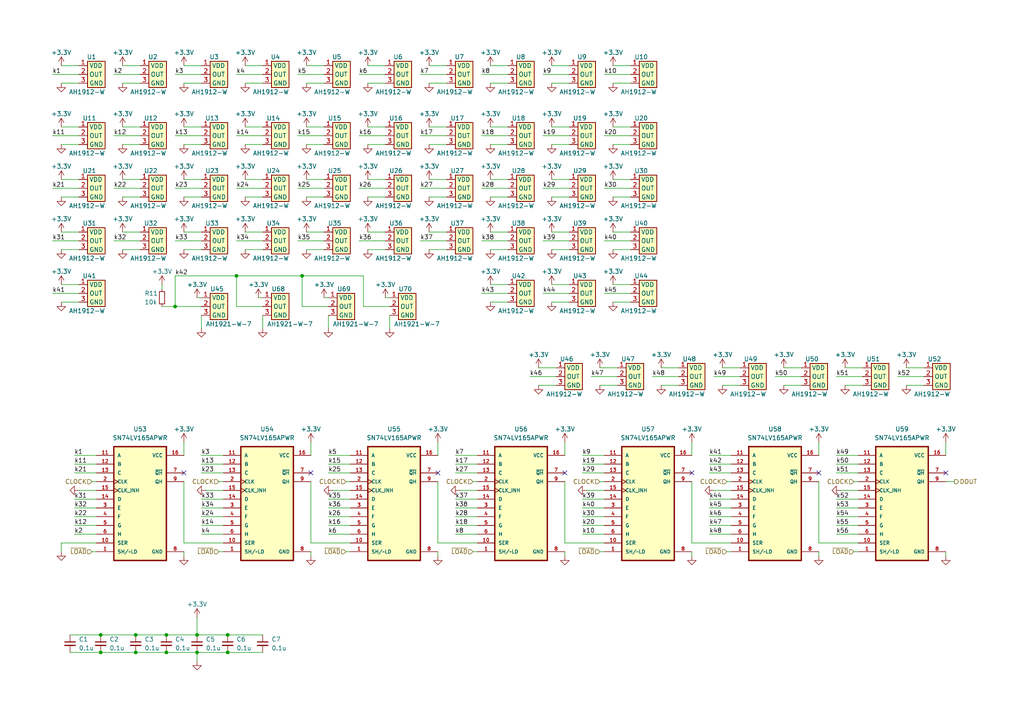
<source format=kicad_sch>
(kicad_sch (version 20230121) (generator eeschema)
  (paper "A4")
  (junction (at 68.58 80.01))
  (junction (at 29.21 184.15))
  (junction (at 57.15 184.15))
  (junction (at 48.26 184.15))
  (junction (at 39.37 184.15))
  (junction (at 87.63 80.01))
  (junction (at 66.04 184.15))
  (junction (at 57.15 189.23))
  (junction (at 66.04 189.23))
  (junction (at 48.26 189.23))
  (junction (at 29.21 189.23))
  (junction (at 39.37 189.23))
  (junction (at 50.8 88.9))
  (no_connect (at 90.17 137.16))
  (no_connect (at 127 137.16))
  (no_connect (at 163.83 137.16))
  (no_connect (at 274.32 137.16))
  (no_connect (at 200.66 137.16))
  (no_connect (at 237.49 137.16))
  (no_connect (at 53.34 137.16))
  (wire (pts (xy 59.69 142.24) (xy 64.77 142.24)))
  (wire (pts (xy 95.25 95.25) (xy 95.25 91.44)))
  (wire (pts (xy 95.25 134.62) (xy 101.6 134.62)))
  (wire (pts (xy 22.86 142.24) (xy 27.94 142.24)))
  (wire (pts (xy 76.2 57.15) (xy 71.12 57.15)))
  (wire (pts (xy 35.56 52.07) (xy 40.64 52.07)))
  (wire (pts (xy 90.17 160.02) (xy 90.17 161.29)))
  (wire (pts (xy 147.32 87.63) (xy 142.24 87.63)))
  (wire (pts (xy 71.12 67.31) (xy 76.2 67.31)))
  (wire (pts (xy 113.03 95.25) (xy 113.03 91.44)))
  (wire (pts (xy 57.15 184.15) (xy 66.04 184.15)))
  (wire (pts (xy 93.98 24.13) (xy 88.9 24.13)))
  (wire (pts (xy 165.1 24.13) (xy 160.02 24.13)))
  (wire (pts (xy 168.91 134.62) (xy 175.26 134.62)))
  (wire (pts (xy 57.15 189.23) (xy 66.04 189.23)))
  (wire (pts (xy 262.89 106.68) (xy 267.97 106.68)))
  (wire (pts (xy 90.17 157.48) (xy 90.17 139.7)))
  (wire (pts (xy 182.88 87.63) (xy 177.8 87.63)))
  (wire (pts (xy 93.98 72.39) (xy 88.9 72.39)))
  (wire (pts (xy 205.74 144.78) (xy 212.09 144.78)))
  (wire (pts (xy 129.54 41.91) (xy 124.46 41.91)))
  (wire (pts (xy 205.74 132.08) (xy 212.09 132.08)))
  (wire (pts (xy 95.25 144.78) (xy 101.6 144.78)))
  (wire (pts (xy 63.5 139.7) (xy 64.77 139.7)))
  (wire (pts (xy 76.2 39.37) (xy 68.58 39.37)))
  (wire (pts (xy 132.08 132.08) (xy 138.43 132.08)))
  (wire (pts (xy 20.32 184.15) (xy 29.21 184.15)))
  (wire (pts (xy 58.42 39.37) (xy 50.8 39.37)))
  (wire (pts (xy 142.24 19.05) (xy 147.32 19.05)))
  (wire (pts (xy 205.74 152.4) (xy 212.09 152.4)))
  (wire (pts (xy 58.42 134.62) (xy 64.77 134.62)))
  (wire (pts (xy 243.84 142.24) (xy 248.92 142.24)))
  (wire (pts (xy 63.5 160.02) (xy 64.77 160.02)))
  (wire (pts (xy 200.66 157.48) (xy 212.09 157.48)))
  (wire (pts (xy 160.02 82.55) (xy 165.1 82.55)))
  (wire (pts (xy 237.49 157.48) (xy 237.49 139.7)))
  (wire (pts (xy 21.59 134.62) (xy 27.94 134.62)))
  (wire (pts (xy 100.33 139.7) (xy 101.6 139.7)))
  (wire (pts (xy 58.42 41.91) (xy 53.34 41.91)))
  (wire (pts (xy 132.08 144.78) (xy 138.43 144.78)))
  (wire (pts (xy 106.68 67.31) (xy 111.76 67.31)))
  (wire (pts (xy 26.67 160.02) (xy 27.94 160.02)))
  (wire (pts (xy 74.93 86.36) (xy 76.2 86.36)))
  (wire (pts (xy 95.25 152.4) (xy 101.6 152.4)))
  (wire (pts (xy 182.88 21.59) (xy 175.26 21.59)))
  (wire (pts (xy 242.57 137.16) (xy 248.92 137.16)))
  (wire (pts (xy 232.41 109.22) (xy 224.79 109.22)))
  (wire (pts (xy 17.78 19.05) (xy 22.86 19.05)))
  (wire (pts (xy 40.64 72.39) (xy 35.56 72.39)))
  (wire (pts (xy 22.86 39.37) (xy 15.24 39.37)))
  (wire (pts (xy 168.91 132.08) (xy 175.26 132.08)))
  (wire (pts (xy 242.57 144.78) (xy 248.92 144.78)))
  (wire (pts (xy 21.59 154.94) (xy 27.94 154.94)))
  (wire (pts (xy 165.1 85.09) (xy 157.48 85.09)))
  (wire (pts (xy 127 160.02) (xy 127 161.29)))
  (wire (pts (xy 90.17 157.48) (xy 101.6 157.48)))
  (wire (pts (xy 40.64 69.85) (xy 33.02 69.85)))
  (wire (pts (xy 106.68 19.05) (xy 111.76 19.05)))
  (wire (pts (xy 35.56 36.83) (xy 40.64 36.83)))
  (wire (pts (xy 53.34 19.05) (xy 58.42 19.05)))
  (wire (pts (xy 210.82 160.02) (xy 212.09 160.02)))
  (wire (pts (xy 71.12 19.05) (xy 76.2 19.05)))
  (wire (pts (xy 127 157.48) (xy 127 139.7)))
  (wire (pts (xy 160.02 67.31) (xy 165.1 67.31)))
  (wire (pts (xy 237.49 157.48) (xy 248.92 157.48)))
  (wire (pts (xy 242.57 149.86) (xy 248.92 149.86)))
  (wire (pts (xy 147.32 24.13) (xy 142.24 24.13)))
  (wire (pts (xy 71.12 36.83) (xy 76.2 36.83)))
  (wire (pts (xy 147.32 85.09) (xy 139.7 85.09)))
  (wire (pts (xy 95.25 88.9) (xy 87.63 88.9)))
  (wire (pts (xy 133.35 142.24) (xy 138.43 142.24)))
  (wire (pts (xy 147.32 72.39) (xy 142.24 72.39)))
  (wire (pts (xy 165.1 69.85) (xy 157.48 69.85)))
  (wire (pts (xy 48.26 189.23) (xy 57.15 189.23)))
  (wire (pts (xy 214.63 109.22) (xy 207.01 109.22)))
  (wire (pts (xy 173.99 160.02) (xy 175.26 160.02)))
  (wire (pts (xy 35.56 19.05) (xy 40.64 19.05)))
  (wire (pts (xy 274.32 128.27) (xy 274.32 132.08)))
  (wire (pts (xy 22.86 41.91) (xy 17.78 41.91)))
  (wire (pts (xy 182.88 54.61) (xy 175.26 54.61)))
  (wire (pts (xy 147.32 39.37) (xy 139.7 39.37)))
  (wire (pts (xy 46.99 82.55) (xy 46.99 83.82)))
  (wire (pts (xy 147.32 57.15) (xy 142.24 57.15)))
  (wire (pts (xy 111.76 86.36) (xy 113.03 86.36)))
  (wire (pts (xy 160.02 36.83) (xy 165.1 36.83)))
  (wire (pts (xy 58.42 154.94) (xy 64.77 154.94)))
  (wire (pts (xy 242.57 154.94) (xy 248.92 154.94)))
  (wire (pts (xy 182.88 57.15) (xy 177.8 57.15)))
  (wire (pts (xy 40.64 39.37) (xy 33.02 39.37)))
  (wire (pts (xy 147.32 69.85) (xy 139.7 69.85)))
  (wire (pts (xy 17.78 157.48) (xy 17.78 160.02)))
  (wire (pts (xy 58.42 95.25) (xy 58.42 91.44)))
  (wire (pts (xy 182.88 85.09) (xy 175.26 85.09)))
  (wire (pts (xy 237.49 160.02) (xy 237.49 161.29)))
  (wire (pts (xy 160.02 19.05) (xy 165.1 19.05)))
  (wire (pts (xy 142.24 36.83) (xy 147.32 36.83)))
  (wire (pts (xy 242.57 132.08) (xy 248.92 132.08)))
  (wire (pts (xy 26.67 139.7) (xy 27.94 139.7)))
  (wire (pts (xy 242.57 134.62) (xy 248.92 134.62)))
  (wire (pts (xy 142.24 67.31) (xy 147.32 67.31)))
  (wire (pts (xy 22.86 57.15) (xy 17.78 57.15)))
  (wire (pts (xy 207.01 142.24) (xy 212.09 142.24)))
  (wire (pts (xy 247.65 160.02) (xy 248.92 160.02)))
  (wire (pts (xy 142.24 82.55) (xy 147.32 82.55)))
  (wire (pts (xy 76.2 95.25) (xy 76.2 91.44)))
  (wire (pts (xy 177.8 36.83) (xy 182.88 36.83)))
  (wire (pts (xy 93.98 21.59) (xy 86.36 21.59)))
  (wire (pts (xy 124.46 36.83) (xy 129.54 36.83)))
  (wire (pts (xy 205.74 147.32) (xy 212.09 147.32)))
  (wire (pts (xy 132.08 149.86) (xy 138.43 149.86)))
  (wire (pts (xy 57.15 86.36) (xy 58.42 86.36)))
  (wire (pts (xy 76.2 69.85) (xy 68.58 69.85)))
  (wire (pts (xy 39.37 184.15) (xy 48.26 184.15)))
  (wire (pts (xy 168.91 137.16) (xy 175.26 137.16)))
  (wire (pts (xy 156.21 106.68) (xy 161.29 106.68)))
  (wire (pts (xy 209.55 106.68) (xy 214.63 106.68)))
  (wire (pts (xy 76.2 88.9) (xy 68.58 88.9)))
  (wire (pts (xy 58.42 54.61) (xy 50.8 54.61)))
  (wire (pts (xy 214.63 111.76) (xy 209.55 111.76)))
  (wire (pts (xy 205.74 137.16) (xy 212.09 137.16)))
  (wire (pts (xy 90.17 128.27) (xy 90.17 132.08)))
  (wire (pts (xy 35.56 67.31) (xy 40.64 67.31)))
  (wire (pts (xy 182.88 41.91) (xy 177.8 41.91)))
  (wire (pts (xy 95.25 132.08) (xy 101.6 132.08)))
  (wire (pts (xy 124.46 67.31) (xy 129.54 67.31)))
  (wire (pts (xy 196.85 109.22) (xy 189.23 109.22)))
  (wire (pts (xy 93.98 69.85) (xy 86.36 69.85)))
  (wire (pts (xy 68.58 80.01) (xy 87.63 80.01)))
  (wire (pts (xy 168.91 154.94) (xy 175.26 154.94)))
  (wire (pts (xy 88.9 36.83) (xy 93.98 36.83)))
  (wire (pts (xy 21.59 144.78) (xy 27.94 144.78)))
  (wire (pts (xy 57.15 179.07) (xy 57.15 184.15)))
  (wire (pts (xy 111.76 21.59) (xy 104.14 21.59)))
  (wire (pts (xy 29.21 189.23) (xy 39.37 189.23)))
  (wire (pts (xy 58.42 144.78) (xy 64.77 144.78)))
  (wire (pts (xy 88.9 67.31) (xy 93.98 67.31)))
  (wire (pts (xy 50.8 80.01) (xy 68.58 80.01)))
  (wire (pts (xy 132.08 147.32) (xy 138.43 147.32)))
  (wire (pts (xy 22.86 54.61) (xy 15.24 54.61)))
  (wire (pts (xy 53.34 52.07) (xy 58.42 52.07)))
  (wire (pts (xy 132.08 134.62) (xy 138.43 134.62)))
  (wire (pts (xy 105.41 80.01) (xy 105.41 88.9)))
  (wire (pts (xy 200.66 160.02) (xy 200.66 161.29)))
  (wire (pts (xy 163.83 128.27) (xy 163.83 132.08)))
  (wire (pts (xy 111.76 72.39) (xy 106.68 72.39)))
  (wire (pts (xy 95.25 149.86) (xy 101.6 149.86)))
  (wire (pts (xy 76.2 72.39) (xy 71.12 72.39)))
  (wire (pts (xy 168.91 152.4) (xy 175.26 152.4)))
  (wire (pts (xy 39.37 189.23) (xy 48.26 189.23)))
  (wire (pts (xy 173.99 106.68) (xy 179.07 106.68)))
  (wire (pts (xy 177.8 19.05) (xy 182.88 19.05)))
  (wire (pts (xy 237.49 128.27) (xy 237.49 132.08)))
  (wire (pts (xy 21.59 147.32) (xy 27.94 147.32)))
  (wire (pts (xy 124.46 19.05) (xy 129.54 19.05)))
  (wire (pts (xy 95.25 147.32) (xy 101.6 147.32)))
  (wire (pts (xy 127 157.48) (xy 138.43 157.48)))
  (wire (pts (xy 168.91 144.78) (xy 175.26 144.78)))
  (wire (pts (xy 95.25 154.94) (xy 101.6 154.94)))
  (wire (pts (xy 129.54 57.15) (xy 124.46 57.15)))
  (wire (pts (xy 147.32 41.91) (xy 142.24 41.91)))
  (wire (pts (xy 93.98 39.37) (xy 86.36 39.37)))
  (wire (pts (xy 182.88 39.37) (xy 175.26 39.37)))
  (wire (pts (xy 160.02 52.07) (xy 165.1 52.07)))
  (wire (pts (xy 200.66 157.48) (xy 200.66 139.7)))
  (wire (pts (xy 111.76 41.91) (xy 106.68 41.91)))
  (wire (pts (xy 200.66 128.27) (xy 200.66 132.08)))
  (wire (pts (xy 177.8 67.31) (xy 182.88 67.31)))
  (wire (pts (xy 111.76 57.15) (xy 106.68 57.15)))
  (wire (pts (xy 53.34 157.48) (xy 53.34 139.7)))
  (wire (pts (xy 227.33 106.68) (xy 232.41 106.68)))
  (wire (pts (xy 165.1 57.15) (xy 160.02 57.15)))
  (wire (pts (xy 124.46 52.07) (xy 129.54 52.07)))
  (wire (pts (xy 182.88 24.13) (xy 177.8 24.13)))
  (wire (pts (xy 93.98 41.91) (xy 88.9 41.91)))
  (wire (pts (xy 21.59 152.4) (xy 27.94 152.4)))
  (wire (pts (xy 137.16 139.7) (xy 138.43 139.7)))
  (wire (pts (xy 27.94 157.48) (xy 17.78 157.48)))
  (wire (pts (xy 46.99 88.9) (xy 50.8 88.9)))
  (wire (pts (xy 165.1 21.59) (xy 157.48 21.59)))
  (wire (pts (xy 50.8 80.01) (xy 50.8 88.9)))
  (wire (pts (xy 53.34 160.02) (xy 53.34 161.29)))
  (wire (pts (xy 66.04 189.23) (xy 76.2 189.23)))
  (wire (pts (xy 165.1 87.63) (xy 160.02 87.63)))
  (wire (pts (xy 267.97 109.22) (xy 260.35 109.22)))
  (wire (pts (xy 182.88 69.85) (xy 175.26 69.85)))
  (wire (pts (xy 274.32 160.02) (xy 274.32 161.29)))
  (wire (pts (xy 93.98 54.61) (xy 86.36 54.61)))
  (wire (pts (xy 76.2 24.13) (xy 71.12 24.13)))
  (wire (pts (xy 132.08 154.94) (xy 138.43 154.94)))
  (wire (pts (xy 165.1 39.37) (xy 157.48 39.37)))
  (wire (pts (xy 53.34 67.31) (xy 58.42 67.31)))
  (wire (pts (xy 58.42 69.85) (xy 50.8 69.85)))
  (wire (pts (xy 127 128.27) (xy 127 132.08)))
  (wire (pts (xy 173.99 139.7) (xy 175.26 139.7)))
  (wire (pts (xy 20.32 189.23) (xy 29.21 189.23)))
  (wire (pts (xy 17.78 82.55) (xy 22.86 82.55)))
  (wire (pts (xy 76.2 41.91) (xy 71.12 41.91)))
  (wire (pts (xy 17.78 52.07) (xy 22.86 52.07)))
  (wire (pts (xy 132.08 152.4) (xy 138.43 152.4)))
  (wire (pts (xy 245.11 106.68) (xy 250.19 106.68)))
  (wire (pts (xy 165.1 72.39) (xy 160.02 72.39)))
  (wire (pts (xy 22.86 69.85) (xy 15.24 69.85)))
  (wire (pts (xy 40.64 21.59) (xy 33.02 21.59)))
  (wire (pts (xy 210.82 139.7) (xy 212.09 139.7)))
  (wire (pts (xy 58.42 57.15) (xy 53.34 57.15)))
  (wire (pts (xy 68.58 80.01) (xy 68.58 88.9)))
  (wire (pts (xy 129.54 21.59) (xy 121.92 21.59)))
  (wire (pts (xy 40.64 54.61) (xy 33.02 54.61)))
  (wire (pts (xy 232.41 111.76) (xy 227.33 111.76)))
  (wire (pts (xy 58.42 72.39) (xy 53.34 72.39)))
  (wire (pts (xy 111.76 54.61) (xy 104.14 54.61)))
  (wire (pts (xy 111.76 24.13) (xy 106.68 24.13)))
  (wire (pts (xy 66.04 184.15) (xy 76.2 184.15)))
  (wire (pts (xy 129.54 39.37) (xy 121.92 39.37)))
  (wire (pts (xy 205.74 134.62) (xy 212.09 134.62)))
  (wire (pts (xy 111.76 69.85) (xy 104.14 69.85)))
  (wire (pts (xy 142.24 52.07) (xy 147.32 52.07)))
  (wire (pts (xy 106.68 52.07) (xy 111.76 52.07)))
  (wire (pts (xy 247.65 139.7) (xy 248.92 139.7)))
  (wire (pts (xy 22.86 85.09) (xy 15.24 85.09)))
  (wire (pts (xy 40.64 24.13) (xy 35.56 24.13)))
  (wire (pts (xy 87.63 80.01) (xy 87.63 88.9)))
  (wire (pts (xy 22.86 21.59) (xy 15.24 21.59)))
  (wire (pts (xy 161.29 109.22) (xy 153.67 109.22)))
  (wire (pts (xy 177.8 52.07) (xy 182.88 52.07)))
  (wire (pts (xy 147.32 21.59) (xy 139.7 21.59)))
  (wire (pts (xy 76.2 54.61) (xy 68.58 54.61)))
  (wire (pts (xy 250.19 109.22) (xy 242.57 109.22)))
  (wire (pts (xy 48.26 184.15) (xy 57.15 184.15)))
  (wire (pts (xy 40.64 57.15) (xy 35.56 57.15)))
  (wire (pts (xy 53.34 157.48) (xy 64.77 157.48)))
  (wire (pts (xy 205.74 149.86) (xy 212.09 149.86)))
  (wire (pts (xy 274.32 139.7) (xy 276.86 139.7)))
  (wire (pts (xy 163.83 157.48) (xy 175.26 157.48)))
  (wire (pts (xy 58.42 132.08) (xy 64.77 132.08)))
  (wire (pts (xy 93.98 57.15) (xy 88.9 57.15)))
  (wire (pts (xy 22.86 72.39) (xy 17.78 72.39)))
  (wire (pts (xy 250.19 111.76) (xy 245.11 111.76)))
  (wire (pts (xy 71.12 52.07) (xy 76.2 52.07)))
  (wire (pts (xy 147.32 54.61) (xy 139.7 54.61)))
  (wire (pts (xy 76.2 21.59) (xy 68.58 21.59)))
  (wire (pts (xy 191.77 106.68) (xy 196.85 106.68)))
  (wire (pts (xy 196.85 111.76) (xy 191.77 111.76)))
  (wire (pts (xy 21.59 149.86) (xy 27.94 149.86)))
  (wire (pts (xy 182.88 72.39) (xy 177.8 72.39)))
  (wire (pts (xy 129.54 72.39) (xy 124.46 72.39)))
  (wire (pts (xy 129.54 69.85) (xy 121.92 69.85)))
  (wire (pts (xy 96.52 142.24) (xy 101.6 142.24)))
  (wire (pts (xy 57.15 189.23) (xy 57.15 191.77)))
  (wire (pts (xy 113.03 88.9) (xy 105.41 88.9)))
  (wire (pts (xy 129.54 24.13) (xy 124.46 24.13)))
  (wire (pts (xy 22.86 87.63) (xy 17.78 87.63)))
  (wire (pts (xy 88.9 19.05) (xy 93.98 19.05)))
  (wire (pts (xy 53.34 128.27) (xy 53.34 132.08)))
  (wire (pts (xy 58.42 149.86) (xy 64.77 149.86)))
  (wire (pts (xy 58.42 24.13) (xy 53.34 24.13)))
  (wire (pts (xy 21.59 132.08) (xy 27.94 132.08)))
  (wire (pts (xy 58.42 147.32) (xy 64.77 147.32)))
  (wire (pts (xy 58.42 152.4) (xy 64.77 152.4)))
  (wire (pts (xy 267.97 111.76) (xy 262.89 111.76)))
  (wire (pts (xy 58.42 88.9) (xy 50.8 88.9)))
  (wire (pts (xy 163.83 160.02) (xy 163.83 161.29)))
  (wire (pts (xy 111.76 39.37) (xy 104.14 39.37)))
  (wire (pts (xy 58.42 21.59) (xy 50.8 21.59)))
  (wire (pts (xy 106.68 36.83) (xy 111.76 36.83)))
  (wire (pts (xy 179.07 111.76) (xy 173.99 111.76)))
  (wire (pts (xy 205.74 154.94) (xy 212.09 154.94)))
  (wire (pts (xy 87.63 80.01) (xy 105.41 80.01)))
  (wire (pts (xy 170.18 142.24) (xy 175.26 142.24)))
  (wire (pts (xy 242.57 147.32) (xy 248.92 147.32)))
  (wire (pts (xy 17.78 36.83) (xy 22.86 36.83)))
  (wire (pts (xy 58.42 137.16) (xy 64.77 137.16)))
  (wire (pts (xy 132.08 137.16) (xy 138.43 137.16)))
  (wire (pts (xy 93.98 86.36) (xy 95.25 86.36)))
  (wire (pts (xy 88.9 52.07) (xy 93.98 52.07)))
  (wire (pts (xy 177.8 82.55) (xy 182.88 82.55)))
  (wire (pts (xy 165.1 41.91) (xy 160.02 41.91)))
  (wire (pts (xy 53.34 36.83) (xy 58.42 36.83)))
  (wire (pts (xy 29.21 184.15) (xy 39.37 184.15)))
  (wire (pts (xy 179.07 109.22) (xy 171.45 109.22)))
  (wire (pts (xy 163.83 157.48) (xy 163.83 139.7)))
  (wire (pts (xy 168.91 149.86) (xy 175.26 149.86)))
  (wire (pts (xy 161.29 111.76) (xy 156.21 111.76)))
  (wire (pts (xy 21.59 137.16) (xy 27.94 137.16)))
  (wire (pts (xy 100.33 160.02) (xy 101.6 160.02)))
  (wire (pts (xy 17.78 67.31) (xy 22.86 67.31)))
  (wire (pts (xy 95.25 137.16) (xy 101.6 137.16)))
  (wire (pts (xy 40.64 41.91) (xy 35.56 41.91)))
  (wire (pts (xy 165.1 54.61) (xy 157.48 54.61)))
  (wire (pts (xy 22.86 24.13) (xy 17.78 24.13)))
  (wire (pts (xy 137.16 160.02) (xy 138.43 160.02)))
  (wire (pts (xy 168.91 147.32) (xy 175.26 147.32)))
  (wire (pts (xy 129.54 54.61) (xy 121.92 54.61)))
  (wire (pts (xy 242.57 152.4) (xy 248.92 152.4)))
  (label "k48" (at 205.74 154.94 0))
  (label "k3" (at 58.42 132.08 0))
  (label "k26" (at 95.25 149.86 0))
  (label "k11" (at 21.59 134.62 0))
  (label "k38" (at 132.08 147.32 0))
  (label "k15" (at 86.36 39.37 0))
  (label "k44" (at 205.74 144.78 0))
  (label "k43" (at 139.7 85.09 0))
  (label "k16" (at 95.25 152.4 0))
  (label "k31" (at 15.24 69.85 0))
  (label "k50" (at 242.57 134.62 0))
  (label "k6" (at 95.25 154.94 0))
  (label "k55" (at 242.57 152.4 0))
  (label "k27" (at 121.92 54.61 0))
  (label "k26" (at 104.14 54.61 0))
  (label "k56" (at 242.57 154.94 0))
  (label "k4" (at 68.58 21.59 0))
  (label "k15" (at 95.25 134.62 0))
  (label "k42" (at 205.74 134.62 0))
  (label "k44" (at 157.48 85.09 0))
  (label "k39" (at 157.48 69.85 0))
  (label "k1" (at 21.59 132.08 0))
  (label "k33" (at 58.42 144.78 0))
  (label "k47" (at 171.45 109.22 0))
  (label "k29" (at 157.48 54.61 0))
  (label "k2" (at 21.59 154.94 0))
  (label "k49" (at 242.57 132.08 0))
  (label "k24" (at 58.42 149.86 0))
  (label "k4" (at 58.42 154.94 0))
  (label "k35" (at 95.25 144.78 0))
  (label "k45" (at 175.26 85.09 0))
  (label "k3" (at 50.8 21.59 0))
  (label "k46" (at 205.74 149.86 0))
  (label "k17" (at 121.92 39.37 0))
  (label "k33" (at 50.8 69.85 0))
  (label "k18" (at 132.08 152.4 0))
  (label "k20" (at 168.91 152.4 0))
  (label "k54" (at 242.57 149.86 0))
  (label "k36" (at 104.14 69.85 0))
  (label "k7" (at 121.92 21.59 0))
  (label "k42" (at 50.8 80.01 0))
  (label "k21" (at 15.24 54.61 0))
  (label "k25" (at 86.36 54.61 0))
  (label "k49" (at 207.01 109.22 0))
  (label "k32" (at 33.02 69.85 0))
  (label "k6" (at 104.14 21.59 0))
  (label "k10" (at 175.26 21.59 0))
  (label "k45" (at 205.74 147.32 0))
  (label "k22" (at 21.59 149.86 0))
  (label "k22" (at 33.02 54.61 0))
  (label "k38" (at 139.7 69.85 0))
  (label "k32" (at 21.59 147.32 0))
  (label "k28" (at 132.08 149.86 0))
  (label "k52" (at 260.35 109.22 0))
  (label "k52" (at 242.57 144.78 0))
  (label "k16" (at 104.14 39.37 0))
  (label "k14" (at 58.42 152.4 0))
  (label "k23" (at 50.8 54.61 0))
  (label "k20" (at 175.26 39.37 0))
  (label "k11" (at 15.24 39.37 0))
  (label "k53" (at 242.57 147.32 0))
  (label "k51" (at 242.57 137.16 0))
  (label "k7" (at 132.08 132.08 0))
  (label "k5" (at 95.25 132.08 0))
  (label "k39" (at 168.91 144.78 0))
  (label "k1" (at 15.24 21.59 0))
  (label "k12" (at 33.02 39.37 0))
  (label "k8" (at 132.08 154.94 0))
  (label "k28" (at 139.7 54.61 0))
  (label "k36" (at 95.25 147.32 0))
  (label "k50" (at 224.79 109.22 0))
  (label "k48" (at 189.23 109.22 0))
  (label "k37" (at 132.08 144.78 0))
  (label "k41" (at 205.74 132.08 0))
  (label "k34" (at 68.58 69.85 0))
  (label "k5" (at 86.36 21.59 0))
  (label "k18" (at 139.7 39.37 0))
  (label "k46" (at 153.67 109.22 0))
  (label "k24" (at 68.58 54.61 0))
  (label "k51" (at 242.57 109.22 0))
  (label "k35" (at 86.36 69.85 0))
  (label "k41" (at 15.24 85.09 0))
  (label "k8" (at 139.7 21.59 0))
  (label "k19" (at 168.91 134.62 0))
  (label "k40" (at 168.91 147.32 0))
  (label "k31" (at 21.59 144.78 0))
  (label "k40" (at 175.26 69.85 0))
  (label "k47" (at 205.74 152.4 0))
  (label "k43" (at 205.74 137.16 0))
  (label "k17" (at 132.08 134.62 0))
  (label "k37" (at 121.92 69.85 0))
  (label "k19" (at 157.48 39.37 0))
  (label "k23" (at 58.42 137.16 0))
  (label "k9" (at 168.91 132.08 0))
  (label "k13" (at 50.8 39.37 0))
  (label "k21" (at 21.59 137.16 0))
  (label "k14" (at 68.58 39.37 0))
  (label "k25" (at 95.25 137.16 0))
  (label "k10" (at 168.91 154.94 0))
  (label "k9" (at 157.48 21.59 0))
  (label "k30" (at 168.91 149.86 0))
  (label "k13" (at 58.42 134.62 0))
  (label "k34" (at 58.42 147.32 0))
  (label "k2" (at 33.02 21.59 0))
  (label "k27" (at 132.08 137.16 0))
  (label "k29" (at 168.91 137.16 0))
  (label "k30" (at 175.26 54.61 0))
  (label "k12" (at 21.59 152.4 0))
  (hierarchical_label "~{LOAD}" (shape input) (at 173.99 160.02 180))
  (hierarchical_label "DOUT" (shape output) (at 276.86 139.7 0))
  (hierarchical_label "~{LOAD}" (shape input) (at 247.65 160.02 180))
  (hierarchical_label "~{LOAD}" (shape input) (at 63.5 160.02 180))
  (hierarchical_label "~{LOAD}" (shape input) (at 210.82 160.02 180))
  (hierarchical_label "CLOCK" (shape input) (at 137.16 139.7 180))
  (hierarchical_label "CLOCK" (shape input) (at 247.65 139.7 180))
  (hierarchical_label "CLOCK" (shape input) (at 63.5 139.7 180))
  (hierarchical_label "~{LOAD}" (shape input) (at 137.16 160.02 180))
  (hierarchical_label "~{LOAD}" (shape input) (at 100.33 160.02 180))
  (hierarchical_label "CLOCK" (shape input) (at 100.33 139.7 180))
  (hierarchical_label "CLOCK" (shape input) (at 26.67 139.7 180))
  (hierarchical_label "CLOCK" (shape input) (at 173.99 139.7 180))
  (hierarchical_label "~{LOAD}" (shape input) (at 26.67 160.02 180))
  (hierarchical_label "CLOCK" (shape input) (at 210.82 139.7 180))
  (symbol (lib_id "unkey:AH1912-W") (at 255.27 109.22 0) (unit 1)
    (property "Reference" "U51" (at 255.27 104.14 0) (effects (justify right)))
    (property "Value" "AH1912-W" (at 257.81 114.3 0) (effects (justify right)))
    (property "Footprint" "Package_TO_SOT_SMD:SC-59" (effects hide))
    (property "Datasheet" "https://www.diodes.com/assets/Datasheets/AH1912.pdf" (effects hide))
    (property "URL" "https://www.digikey.com/en/products/detail/diodes-incorporated/AH1912-W-7/10071170" (effects hide))
    (property "Digikey PN" "AH1912-W-7DICT-ND" (effects hide))
    (property "MPN" "AH1912-W-7" (effects hide))
    (property "Vendor" "Diodes Incorporated" (effects hide))
  )
  (symbol (lib_id "power:GND") (at 53.34 161.29 0) (unit 1)
    (property "Reference" "#PWR024" (effects hide))
    (property "Value" "GND" (effects hide))
  )
  (symbol (lib_id "power:GND") (at 245.11 111.76 0) (unit 1)
    (property "Reference" "#PWR080" (effects hide))
    (property "Value" "GND" (effects hide))
  )
  (symbol (lib_id "power:GND") (at 160.02 41.91 0) (unit 1)
    (property "Reference" "#PWR087" (effects hide))
    (property "Value" "GND" (effects hide))
  )
  (symbol (lib_id "power:+3.3V") (at 71.12 19.05 0) (unit 1)
    (property "Reference" "#PWR038" (effects hide))
    (property "Value" "+3.3V" (at 71.12 15.24 0))
  )
  (symbol (lib_id "power:+3.3V") (at 200.66 128.27 0) (unit 1)
    (property "Reference" "#PWR0121" (effects hide))
    (property "Value" "+3.3V" (at 200.66 124.46 0))
  )
  (symbol (lib_id "power:+3.3V") (at 90.17 128.27 0) (unit 1)
    (property "Reference" "#PWR048" (effects hide))
    (property "Value" "+3.3V" (at 90.17 124.46 0))
  )
  (symbol (lib_id "unkey:AH1912-W") (at 187.96 85.09 0) (unit 1)
    (property "Reference" "U44" (at 187.96 80.01 0) (effects (justify right)))
    (property "Value" "AH1912-W" (at 190.5 90.17 0) (effects (justify right)))
    (property "Footprint" "Package_TO_SOT_SMD:SC-59" (effects hide))
    (property "Datasheet" "https://www.diodes.com/assets/Datasheets/AH1912.pdf" (effects hide))
    (property "URL" "https://www.digikey.com/en/products/detail/diodes-incorporated/AH1912-W-7/10071170" (effects hide))
    (property "Digikey PN" "AH1912-W-7DICT-ND" (effects hide))
    (property "MPN" "AH1912-W-7" (effects hide))
    (property "Vendor" "Diodes Incorporated" (effects hide))
  )
  (symbol (lib_id "power:GND") (at 177.8 24.13 0) (unit 1)
    (property "Reference" "#PWR0106" (effects hide))
    (property "Value" "GND" (effects hide))
  )
  (symbol (lib_id "power:GND") (at 142.24 24.13 0) (unit 1)
    (property "Reference" "#PWR085" (effects hide))
    (property "Value" "GND" (effects hide))
  )
  (symbol (lib_id "power:GND") (at 177.8 87.63 0) (unit 1)
    (property "Reference" "#PWR0120" (effects hide))
    (property "Value" "GND" (effects hide))
  )
  (symbol (lib_id "power:+3.3V") (at 262.89 106.68 0) (unit 1)
    (property "Reference" "#PWR092" (effects hide))
    (property "Value" "+3.3V" (at 262.89 102.87 0))
  )
  (symbol (lib_id "power:GND") (at 124.46 57.15 0) (unit 1)
    (property "Reference" "#PWR055" (effects hide))
    (property "Value" "GND" (effects hide))
  )
  (symbol (lib_id "power:GND") (at 207.01 142.24 270) (unit 1)
    (property "Reference" "#PWR0123" (effects hide))
    (property "Value" "GND" (effects hide))
  )
  (symbol (lib_id "unkey:AH1921-W-7") (at 118.11 88.9 0) (unit 1)
    (property "Reference" "U70" (at 115.57 83.82 0) (effects (justify left)))
    (property "Value" "AH1921-W-7" (at 114.3 93.98 0) (effects (justify left)))
    (property "Footprint" "Package_TO_SOT_SMD:SC-59" (effects hide))
    (property "Datasheet" "https://www.diodes.com/assets/Datasheets/AH1911-AH1921.pdf" (effects hide))
    (property "URL" "https://www.digikey.com/en/products/detail/diodes-incorporated/AH1921-W-7/9674238" (effects hide))
    (property "Digikey PN" "AH1921-W-7DICT-ND" (effects hide))
    (property "MPN" "AH1921-W-7" (effects hide))
    (property "Vendor" "Diodes Inc" (effects hide))
  )
  (symbol (lib_id "power:GND") (at 160.02 57.15 0) (unit 1)
    (property "Reference" "#PWR076" (effects hide))
    (property "Value" "GND" (effects hide))
  )
  (symbol (lib_id "power:+3.3V") (at 71.12 52.07 0) (unit 1)
    (property "Reference" "#PWR017" (effects hide))
    (property "Value" "+3.3V" (at 71.12 48.26 0))
  )
  (symbol (lib_id "power:+3.3V") (at 142.24 82.55 0) (unit 1)
    (property "Reference" "#PWR0100" (effects hide))
    (property "Value" "+3.3V" (at 142.24 78.74 0))
  )
  (symbol (lib_id "power:GND") (at 17.78 24.13 0) (unit 1)
    (property "Reference" "#PWR03" (effects hide))
    (property "Value" "GND" (effects hide))
  )
  (symbol (lib_id "unkey:AH1921-W-7") (at 100.33 88.9 0) (unit 1)
    (property "Reference" "U69" (at 97.79 83.82 0) (effects (justify left)))
    (property "Value" "AH1921-W-7" (at 96.52 93.98 0) (effects (justify left)))
    (property "Footprint" "Package_TO_SOT_SMD:SC-59" (effects hide))
    (property "Datasheet" "https://www.diodes.com/assets/Datasheets/AH1911-AH1921.pdf" (effects hide))
    (property "URL" "https://www.digikey.com/en/products/detail/diodes-incorporated/AH1921-W-7/9674238" (effects hide))
    (property "Digikey PN" "AH1921-W-7DICT-ND" (effects hide))
    (property "MPN" "AH1921-W-7" (effects hide))
    (property "Vendor" "Diodes Inc" (effects hide))
  )
  (symbol (lib_id "power:GND") (at 53.34 57.15 0) (unit 1)
    (property "Reference" "#PWR07" (effects hide))
    (property "Value" "GND" (effects hide))
  )
  (symbol (lib_id "power:+3.3V") (at 177.8 36.83 0) (unit 1)
    (property "Reference" "#PWR096" (effects hide))
    (property "Value" "+3.3V" (at 177.8 33.02 0))
  )
  (symbol (lib_id "power:+3.3V") (at 106.68 36.83 0) (unit 1)
    (property "Reference" "#PWR052" (effects hide))
    (property "Value" "+3.3V" (at 106.68 33.02 0))
  )
  (symbol (lib_id "unkey:AH1912-W") (at 170.18 39.37 0) (unit 1)
    (property "Reference" "U19" (at 170.18 34.29 0) (effects (justify right)))
    (property "Value" "AH1912-W" (at 172.72 44.45 0) (effects (justify right)))
    (property "Footprint" "Package_TO_SOT_SMD:SC-59" (effects hide))
    (property "Datasheet" "https://www.diodes.com/assets/Datasheets/AH1912.pdf" (effects hide))
    (property "URL" "https://www.digikey.com/en/products/detail/diodes-incorporated/AH1912-W-7/10071170" (effects hide))
    (property "Digikey PN" "AH1912-W-7DICT-ND" (effects hide))
    (property "MPN" "AH1912-W-7" (effects hide))
    (property "Vendor" "Diodes Incorporated" (effects hide))
  )
  (symbol (lib_id "power:GND") (at 262.89 111.76 0) (unit 1)
    (property "Reference" "#PWR093" (effects hide))
    (property "Value" "GND" (effects hide))
  )
  (symbol (lib_id "power:GND") (at 35.56 72.39 0) (unit 1)
    (property "Reference" "#PWR0110" (effects hide))
    (property "Value" "GND" (effects hide))
  )
  (symbol (lib_id "power:+3.3V") (at 53.34 52.07 0) (unit 1)
    (property "Reference" "#PWR06" (effects hide))
    (property "Value" "+3.3V" (at 53.34 48.26 0))
  )
  (symbol (lib_id "power:+3.3V") (at 160.02 19.05 0) (unit 1)
    (property "Reference" "#PWR094" (effects hide))
    (property "Value" "+3.3V" (at 160.02 15.24 0))
  )
  (symbol (lib_id "unkey:AH1912-W") (at 99.06 69.85 0) (unit 1)
    (property "Reference" "U35" (at 99.06 64.77 0) (effects (justify right)))
    (property "Value" "AH1912-W" (at 101.6 74.93 0) (effects (justify right)))
    (property "Footprint" "Package_TO_SOT_SMD:SC-59" (effects hide))
    (property "Datasheet" "https://www.diodes.com/assets/Datasheets/AH1912.pdf" (effects hide))
    (property "URL" "https://www.digikey.com/en/products/detail/diodes-incorporated/AH1912-W-7/10071170" (effects hide))
    (property "Digikey PN" "AH1912-W-7DICT-ND" (effects hide))
    (property "MPN" "AH1912-W-7" (effects hide))
    (property "Vendor" "Diodes Incorporated" (effects hide))
  )
  (symbol (lib_id "unkey:AH1912-W") (at 187.96 21.59 0) (unit 1)
    (property "Reference" "U10" (at 187.96 16.51 0) (effects (justify right)))
    (property "Value" "AH1912-W" (at 190.5 26.67 0) (effects (justify right)))
    (property "Footprint" "Package_TO_SOT_SMD:SC-59" (effects hide))
    (property "Datasheet" "https://www.diodes.com/assets/Datasheets/AH1912.pdf" (effects hide))
    (property "URL" "https://www.digikey.com/en/products/detail/diodes-incorporated/AH1912-W-7/10071170" (effects hide))
    (property "Digikey PN" "AH1912-W-7DICT-ND" (effects hide))
    (property "MPN" "AH1912-W-7" (effects hide))
    (property "Vendor" "Diodes Incorporated" (effects hide))
  )
  (symbol (lib_id "power:+3.3V") (at 57.15 179.07 0) (unit 1)
    (property "Reference" "#PWR035" (effects hide))
    (property "Value" "+3.3V" (at 57.15 175.26 0))
  )
  (symbol (lib_id "unkey:AH1912-W") (at 27.94 21.59 0) (unit 1)
    (property "Reference" "U1" (at 27.94 16.51 0) (effects (justify right)))
    (property "Value" "AH1912-W" (at 30.48 26.67 0) (effects (justify right)))
    (property "Footprint" "Package_TO_SOT_SMD:SC-59" (effects hide))
    (property "Datasheet" "https://www.diodes.com/assets/Datasheets/AH1912.pdf" (effects hide))
    (property "URL" "https://www.digikey.com/en/products/detail/diodes-incorporated/AH1912-W-7/10071170" (effects hide))
    (property "Digikey PN" "AH1912-W-7DICT-ND" (effects hide))
    (property "MPN" "AH1912-W-7" (effects hide))
    (property "Vendor" "Diodes Incorporated" (effects hide))
  )
  (symbol (lib_id "power:+3.3V") (at 177.8 19.05 0) (unit 1)
    (property "Reference" "#PWR0105" (effects hide))
    (property "Value" "+3.3V" (at 177.8 15.24 0))
  )
  (symbol (lib_id "power:GND") (at 59.69 142.24 270) (unit 1)
    (property "Reference" "#PWR037" (effects hide))
    (property "Value" "GND" (effects hide))
  )
  (symbol (lib_id "unkey:AH1912-W") (at 170.18 69.85 0) (unit 1)
    (property "Reference" "U39" (at 170.18 64.77 0) (effects (justify right)))
    (property "Value" "AH1912-W" (at 172.72 74.93 0) (effects (justify right)))
    (property "Footprint" "Package_TO_SOT_SMD:SC-59" (effects hide))
    (property "Datasheet" "https://www.diodes.com/assets/Datasheets/AH1912.pdf" (effects hide))
    (property "URL" "https://www.digikey.com/en/products/detail/diodes-incorporated/AH1912-W-7/10071170" (effects hide))
    (property "Digikey PN" "AH1912-W-7DICT-ND" (effects hide))
    (property "MPN" "AH1912-W-7" (effects hide))
    (property "Vendor" "Diodes Incorporated" (effects hide))
  )
  (symbol (lib_id "unkey:AH1912-W") (at 116.84 69.85 0) (unit 1)
    (property "Reference" "U36" (at 116.84 64.77 0) (effects (justify right)))
    (property "Value" "AH1912-W" (at 119.38 74.93 0) (effects (justify right)))
    (property "Footprint" "Package_TO_SOT_SMD:SC-59" (effects hide))
    (property "Datasheet" "https://www.diodes.com/assets/Datasheets/AH1912.pdf" (effects hide))
    (property "URL" "https://www.digikey.com/en/products/detail/diodes-incorporated/AH1912-W-7/10071170" (effects hide))
    (property "Digikey PN" "AH1912-W-7DICT-ND" (effects hide))
    (property "MPN" "AH1912-W-7" (effects hide))
    (property "Vendor" "Diodes Incorporated" (effects hide))
  )
  (symbol (lib_id "power:GND") (at 17.78 57.15 0) (unit 1)
    (property "Reference" "#PWR0108" (effects hide))
    (property "Value" "GND" (effects hide))
  )
  (symbol (lib_id "power:GND") (at 88.9 57.15 0) (unit 1)
    (property "Reference" "#PWR030" (effects hide))
    (property "Value" "GND" (effects hide))
  )
  (symbol (lib_id "power:GND") (at 237.49 161.29 0) (unit 1)
    (property "Reference" "#PWR0125" (effects hide))
    (property "Value" "GND" (effects hide))
  )
  (symbol (lib_id "power:GND") (at 106.68 57.15 0) (unit 1)
    (property "Reference" "#PWR043" (effects hide))
    (property "Value" "GND" (effects hide))
  )
  (symbol (lib_id "unkey:AH1912-W") (at 45.72 21.59 0) (unit 1)
    (property "Reference" "U2" (at 45.72 16.51 0) (effects (justify right)))
    (property "Value" "AH1912-W" (at 48.26 26.67 0) (effects (justify right)))
    (property "Footprint" "Package_TO_SOT_SMD:SC-59" (effects hide))
    (property "Datasheet" "https://www.diodes.com/assets/Datasheets/AH1912.pdf" (effects hide))
    (property "URL" "https://www.digikey.com/en/products/detail/diodes-incorporated/AH1912-W-7/10071170" (effects hide))
    (property "Digikey PN" "AH1912-W-7DICT-ND" (effects hide))
    (property "MPN" "AH1912-W-7" (effects hide))
    (property "Vendor" "Diodes Incorporated" (effects hide))
  )
  (symbol (lib_id "unkey:AH1912-W") (at 45.72 54.61 0) (unit 1)
    (property "Reference" "U22" (at 45.72 49.53 0) (effects (justify right)))
    (property "Value" "AH1912-W" (at 48.26 59.69 0) (effects (justify right)))
    (property "Footprint" "Package_TO_SOT_SMD:SC-59" (effects hide))
    (property "Datasheet" "https://www.diodes.com/assets/Datasheets/AH1912.pdf" (effects hide))
    (property "URL" "https://www.digikey.com/en/products/detail/diodes-incorporated/AH1912-W-7/10071170" (effects hide))
    (property "Digikey PN" "AH1912-W-7DICT-ND" (effects hide))
    (property "MPN" "AH1912-W-7" (effects hide))
    (property "Vendor" "Diodes Incorporated" (effects hide))
  )
  (symbol (lib_id "power:GND") (at 227.33 111.76 0) (unit 1)
    (property "Reference" "#PWR070" (effects hide))
    (property "Value" "GND" (effects hide))
  )
  (symbol (lib_id "power:+3.3V") (at 53.34 19.05 0) (unit 1)
    (property "Reference" "#PWR025" (effects hide))
    (property "Value" "+3.3V" (at 53.34 15.24 0))
  )
  (symbol (lib_id "unkey:AH1912-W") (at 170.18 21.59 0) (unit 1)
    (property "Reference" "U9" (at 170.18 16.51 0) (effects (justify right)))
    (property "Value" "AH1912-W" (at 172.72 26.67 0) (effects (justify right)))
    (property "Footprint" "Package_TO_SOT_SMD:SC-59" (effects hide))
    (property "Datasheet" "https://www.diodes.com/assets/Datasheets/AH1912.pdf" (effects hide))
    (property "URL" "https://www.digikey.com/en/products/detail/diodes-incorporated/AH1912-W-7/10071170" (effects hide))
    (property "Digikey PN" "AH1912-W-7DICT-ND" (effects hide))
    (property "MPN" "AH1912-W-7" (effects hide))
    (property "Vendor" "Diodes Incorporated" (effects hide))
  )
  (symbol (lib_id "power:GND") (at 177.8 57.15 0) (unit 1)
    (property "Reference" "#PWR089" (effects hide))
    (property "Value" "GND" (effects hide))
  )
  (symbol (lib_id "power:GND") (at 96.52 142.24 270) (unit 1)
    (property "Reference" "#PWR060" (effects hide))
    (property "Value" "GND" (effects hide))
  )
  (symbol (lib_id "power:GND") (at 95.25 95.25 0) (unit 1)
    (property "Reference" "#PWR0172" (effects hide))
    (property "Value" "GND" (effects hide))
  )
  (symbol (lib_id "power:GND") (at 17.78 160.02 0) (unit 1)
    (property "Reference" "#PWR01" (effects hide))
    (property "Value" "GND" (effects hide))
  )
  (symbol (lib_id "power:+3.3V") (at 35.56 36.83 0) (unit 1)
    (property "Reference" "#PWR04" (effects hide))
    (property "Value" "+3.3V" (at 35.56 33.02 0))
  )
  (symbol (lib_id "unkey:AH1912-W") (at 273.05 109.22 0) (unit 1)
    (property "Reference" "U52" (at 273.05 104.14 0) (effects (justify right)))
    (property "Value" "AH1912-W" (at 275.59 114.3 0) (effects (justify right)))
    (property "Footprint" "Package_TO_SOT_SMD:SC-59" (effects hide))
    (property "Datasheet" "https://www.diodes.com/assets/Datasheets/AH1912.pdf" (effects hide))
    (property "URL" "https://www.digikey.com/en/products/detail/diodes-incorporated/AH1912-W-7/10071170" (effects hide))
    (property "Digikey PN" "AH1912-W-7DICT-ND" (effects hide))
    (property "MPN" "AH1912-W-7" (effects hide))
    (property "Vendor" "Diodes Incorporated" (effects hide))
  )
  (symbol (lib_id "power:GND") (at 209.55 111.76 0) (unit 1)
    (property "Reference" "#PWR059" (effects hide))
    (property "Value" "GND" (effects hide))
  )
  (symbol (lib_id "power:+3.3V") (at 177.8 67.31 0) (unit 1)
    (property "Reference" "#PWR077" (effects hide))
    (property "Value" "+3.3V" (at 177.8 63.5 0))
  )
  (symbol (lib_id "power:GND") (at 22.86 142.24 270) (unit 1)
    (property "Reference" "#PWR012" (effects hide))
    (property "Value" "GND" (effects hide))
  )
  (symbol (lib_id "power:GND") (at 71.12 24.13 0) (unit 1)
    (property "Reference" "#PWR039" (effects hide))
    (property "Value" "GND" (effects hide))
  )
  (symbol (lib_id "power:GND") (at 17.78 72.39 0) (unit 1)
    (property "Reference" "#PWR099" (effects hide))
    (property "Value" "GND" (effects hide))
  )
  (symbol (lib_id "power:GND") (at 88.9 41.91 0) (unit 1)
    (property "Reference" "#PWR041" (effects hide))
    (property "Value" "GND" (effects hide))
  )
  (symbol (lib_id "power:+3.3V") (at 17.78 36.83 0) (unit 1)
    (property "Reference" "#PWR0113" (effects hide))
    (property "Value" "+3.3V" (at 17.78 33.02 0))
  )
  (symbol (lib_id "power:+3.3V") (at 74.93 86.36 0) (unit 1)
    (property "Reference" "#PWR0168" (effects hide))
    (property "Value" "+3.3V" (at 74.93 82.55 0))
  )
  (symbol (lib_id "unkey:AH1912-W") (at 99.06 54.61 0) (unit 1)
    (property "Reference" "U25" (at 99.06 49.53 0) (effects (justify right)))
    (property "Value" "AH1912-W" (at 101.6 59.69 0) (effects (justify right)))
    (property "Footprint" "Package_TO_SOT_SMD:SC-59" (effects hide))
    (property "Datasheet" "https://www.diodes.com/assets/Datasheets/AH1912.pdf" (effects hide))
    (property "URL" "https://www.digikey.com/en/products/detail/diodes-incorporated/AH1912-W-7/10071170" (effects hide))
    (property "Digikey PN" "AH1912-W-7DICT-ND" (effects hide))
    (property "MPN" "AH1912-W-7" (effects hide))
    (property "Vendor" "Diodes Incorporated" (effects hide))
  )
  (symbol (lib_id "power:GND") (at 71.12 57.15 0) (unit 1)
    (property "Reference" "#PWR018" (effects hide))
    (property "Value" "GND" (effects hide))
  )
  (symbol (lib_id "power:GND") (at 156.21 111.76 0) (unit 1)
    (property "Reference" "#PWR022" (effects hide))
    (property "Value" "GND" (effects hide))
  )
  (symbol (lib_id "power:GND") (at 35.56 24.13 0) (unit 1)
    (property "Reference" "#PWR014" (effects hide))
    (property "Value" "GND" (effects hide))
  )
  (symbol (lib_id "unkey:AH1912-W") (at 45.72 39.37 0) (unit 1)
    (property "Reference" "U12" (at 45.72 34.29 0) (effects (justify right)))
    (property "Value" "AH1912-W" (at 48.26 44.45 0) (effects (justify right)))
    (property "Footprint" "Package_TO_SOT_SMD:SC-59" (effects hide))
    (property "Datasheet" "https://www.diodes.com/assets/Datasheets/AH1912.pdf" (effects hide))
    (property "URL" "https://www.digikey.com/en/products/detail/diodes-incorporated/AH1912-W-7/10071170" (effects hide))
    (property "Digikey PN" "AH1912-W-7DICT-ND" (effects hide))
    (property "MPN" "AH1912-W-7" (effects hide))
    (property "Vendor" "Diodes Incorporated" (effects hide))
  )
  (symbol (lib_id "power:+3.3V") (at 245.11 106.68 0) (unit 1)
    (property "Reference" "#PWR079" (effects hide))
    (property "Value" "+3.3V" (at 245.11 102.87 0))
  )
  (symbol (lib_id "unkey:AH1912-W") (at 152.4 85.09 0) (unit 1)
    (property "Reference" "U42" (at 152.4 80.01 0) (effects (justify right)))
    (property "Value" "AH1912-W" (at 154.94 90.17 0) (effects (justify right)))
    (property "Footprint" "Package_TO_SOT_SMD:SC-59" (effects hide))
    (property "Datasheet" "https://www.diodes.com/assets/Datasheets/AH1912.pdf" (effects hide))
    (property "URL" "https://www.digikey.com/en/products/detail/diodes-incorporated/AH1912-W-7/10071170" (effects hide))
    (property "Digikey PN" "AH1912-W-7DICT-ND" (effects hide))
    (property "MPN" "AH1912-W-7" (effects hide))
    (property "Vendor" "Diodes Incorporated" (effects hide))
  )
  (symbol (lib_id "power:+3.3V") (at 173.99 106.68 0) (unit 1)
    (property "Reference" "#PWR033" (effects hide))
    (property "Value" "+3.3V" (at 173.99 102.87 0))
  )
  (symbol (lib_id "Device:R_Small") (at 46.99 86.36 0) (unit 1)
    (property "Reference" "R11" (at 41.91 85.09 0) (effects (justify left)))
    (property "Value" "10k" (at 41.91 87.63 0) (effects (justify left)))
    (property "Footprint" "Resistor_SMD:R_0402_1005Metric" (effects hide))
  )
  (symbol (lib_id "unkey:AH1912-W") (at 27.94 39.37 0) (unit 1)
    (property "Reference" "U11" (at 27.94 34.29 0) (effects (justify right)))
    (property "Value" "AH1912-W" (at 30.48 44.45 0) (effects (justify right)))
    (property "Footprint" "Package_TO_SOT_SMD:SC-59" (effects hide))
    (property "Datasheet" "https://www.diodes.com/assets/Datasheets/AH1912.pdf" (effects hide))
    (property "URL" "https://www.digikey.com/en/products/detail/diodes-incorporated/AH1912-W-7/10071170" (effects hide))
    (property "Digikey PN" "AH1912-W-7DICT-ND" (effects hide))
    (property "MPN" "AH1912-W-7" (effects hide))
    (property "Vendor" "Diodes Incorporated" (effects hide))
  )
  (symbol (lib_id "unkey:AH1912-W") (at 81.28 69.85 0) (unit 1)
    (property "Reference" "U34" (at 81.28 64.77 0) (effects (justify right)))
    (property "Value" "AH1912-W" (at 83.82 74.93 0) (effects (justify right)))
    (property "Footprint" "Package_TO_SOT_SMD:SC-59" (effects hide))
    (property "Datasheet" "https://www.diodes.com/assets/Datasheets/AH1912.pdf" (effects hide))
    (property "URL" "https://www.digikey.com/en/products/detail/diodes-incorporated/AH1912-W-7/10071170" (effects hide))
    (property "Digikey PN" "AH1912-W-7DICT-ND" (effects hide))
    (property "MPN" "AH1912-W-7" (effects hide))
    (property "Vendor" "Diodes Incorporated" (effects hide))
  )
  (symbol (lib_id "power:GND") (at 53.34 41.91 0) (unit 1)
    (property "Reference" "#PWR016" (effects hide))
    (property "Value" "GND" (effects hide))
  )
  (symbol (lib_id "unkey:AH1912-W") (at 134.62 69.85 0) (unit 1)
    (property "Reference" "U37" (at 134.62 64.77 0) (effects (justify right)))
    (property "Value" "AH1912-W" (at 137.16 74.93 0) (effects (justify right)))
    (property "Footprint" "Package_TO_SOT_SMD:SC-59" (effects hide))
    (property "Datasheet" "https://www.diodes.com/assets/Datasheets/AH1912.pdf" (effects hide))
    (property "URL" "https://www.digikey.com/en/products/detail/diodes-incorporated/AH1912-W-7/10071170" (effects hide))
    (property "Digikey PN" "AH1912-W-7DICT-ND" (effects hide))
    (property "MPN" "AH1912-W-7" (effects hide))
    (property "Vendor" "Diodes Incorporated" (effects hide))
  )
  (symbol (lib_id "power:GND") (at 35.56 57.15 0) (unit 1)
    (property "Reference" "#PWR0116" (effects hide))
    (property "Value" "GND" (effects hide))
  )
  (symbol (lib_id "unkey:AH1912-W") (at 81.28 21.59 0) (unit 1)
    (property "Reference" "U4" (at 81.28 16.51 0) (effects (justify right)))
    (property "Value" "AH1912-W" (at 83.82 26.67 0) (effects (justify right)))
    (property "Footprint" "Package_TO_SOT_SMD:SC-59" (effects hide))
    (property "Datasheet" "https://www.diodes.com/assets/Datasheets/AH1912.pdf" (effects hide))
    (property "URL" "https://www.digikey.com/en/products/detail/diodes-incorporated/AH1912-W-7/10071170" (effects hide))
    (property "Digikey PN" "AH1912-W-7DICT-ND" (effects hide))
    (property "MPN" "AH1912-W-7" (effects hide))
    (property "Vendor" "Diodes Incorporated" (effects hide))
  )
  (symbol (lib_id "unkey:AH1912-W") (at 63.5 21.59 0) (unit 1)
    (property "Reference" "U3" (at 63.5 16.51 0) (effects (justify right)))
    (property "Value" "AH1912-W" (at 66.04 26.67 0) (effects (justify right)))
    (property "Footprint" "Package_TO_SOT_SMD:SC-59" (effects hide))
    (property "Datasheet" "https://www.diodes.com/assets/Datasheets/AH1912.pdf" (effects hide))
    (property "URL" "https://www.digikey.com/en/products/detail/diodes-incorporated/AH1912-W-7/10071170" (effects hide))
    (property "Digikey PN" "AH1912-W-7DICT-ND" (effects hide))
    (property "MPN" "AH1912-W-7" (effects hide))
    (property "Vendor" "Diodes Incorporated" (effects hide))
  )
  (symbol (lib_id "unkey:AH1912-W") (at 134.62 54.61 0) (unit 1)
    (property "Reference" "U27" (at 134.62 49.53 0) (effects (justify right)))
    (property "Value" "AH1912-W" (at 137.16 59.69 0) (effects (justify right)))
    (property "Footprint" "Package_TO_SOT_SMD:SC-59" (effects hide))
    (property "Datasheet" "https://www.diodes.com/assets/Datasheets/AH1912.pdf" (effects hide))
    (property "URL" "https://www.digikey.com/en/products/detail/diodes-incorporated/AH1912-W-7/10071170" (effects hide))
    (property "Digikey PN" "AH1912-W-7DICT-ND" (effects hide))
    (property "MPN" "AH1912-W-7" (effects hide))
    (property "Vendor" "Diodes Incorporated" (effects hide))
  )
  (symbol (lib_id "unkey:AH1912-W") (at 187.96 54.61 0) (unit 1)
    (property "Reference" "U30" (at 187.96 49.53 0) (effects (justify right)))
    (property "Value" "AH1912-W" (at 190.5 59.69 0) (effects (justify right)))
    (property "Footprint" "Package_TO_SOT_SMD:SC-59" (effects hide))
    (property "Datasheet" "https://www.diodes.com/assets/Datasheets/AH1912.pdf" (effects hide))
    (property "URL" "https://www.digikey.com/en/products/detail/diodes-incorporated/AH1912-W-7/10071170" (effects hide))
    (property "Digikey PN" "AH1912-W-7DICT-ND" (effects hide))
    (property "MPN" "AH1912-W-7" (effects hide))
    (property "Vendor" "Diodes Incorporated" (effects hide))
  )
  (symbol (lib_id "power:+3.3V") (at 17.78 67.31 0) (unit 1)
    (property "Reference" "#PWR098" (effects hide))
    (property "Value" "+3.3V" (at 17.78 63.5 0))
  )
  (symbol (lib_id "power:+3.3V") (at 88.9 19.05 0) (unit 1)
    (property "Reference" "#PWR050" (effects hide))
    (property "Value" "+3.3V" (at 88.9 15.24 0))
  )
  (symbol (lib_id "power:GND") (at 17.78 87.63 0) (unit 1)
    (property "Reference" "#PWR091" (effects hide))
    (property "Value" "GND" (effects hide))
  )
  (symbol (lib_id "power:+3.3V") (at 53.34 67.31 0) (unit 1)
    (property "Reference" "#PWR0117" (effects hide))
    (property "Value" "+3.3V" (at 53.34 63.5 0))
  )
  (symbol (lib_id "power:GND") (at 160.02 72.39 0) (unit 1)
    (property "Reference" "#PWR068" (effects hide))
    (property "Value" "GND" (effects hide))
  )
  (symbol (lib_id "unkey:AH1912-W") (at 152.4 21.59 0) (unit 1)
    (property "Reference" "U8" (at 152.4 16.51 0) (effects (justify right)))
    (property "Value" "AH1912-W" (at 154.94 26.67 0) (effects (justify right)))
    (property "Footprint" "Package_TO_SOT_SMD:SC-59" (effects hide))
    (property "Datasheet" "https://www.diodes.com/assets/Datasheets/AH1912.pdf" (effects hide))
    (property "URL" "https://www.digikey.com/en/products/detail/diodes-incorporated/AH1912-W-7/10071170" (effects hide))
    (property "Digikey PN" "AH1912-W-7DICT-ND" (effects hide))
    (property "MPN" "AH1912-W-7" (effects hide))
    (property "Vendor" "Diodes Incorporated" (effects hide))
  )
  (symbol (lib_id "Device:C_Small") (at 57.15 186.69 0) (unit 1)
    (property "Reference" "C5" (at 59.69 185.4263 0) (effects (justify left)))
    (property "Value" "0.1u" (at 59.69 187.9663 0) (effects (justify left)))
    (property "Footprint" "Capacitor_SMD:C_0402_1005Metric" (effects hide))
    (property "URL" "https://www.digikey.com/en/products/detail/samsung-electro-mechanics/CL05A104KA5NNNC/3886701" (effects hide))
    (property "Digikey PN" "1276-1043-1-ND" (effects hide))
    (property "MPN" "CL05A104KA5NNNC" (effects hide))
    (property "Vendor" "Samsung Electro-Mechanics" (effects hide))
  )
  (symbol (lib_id "unkey:AH1912-W") (at 187.96 69.85 0) (unit 1)
    (property "Reference" "U40" (at 187.96 64.77 0) (effects (justify right)))
    (property "Value" "AH1912-W" (at 190.5 74.93 0) (effects (justify right)))
    (property "Footprint" "Package_TO_SOT_SMD:SC-59" (effects hide))
    (property "Datasheet" "https://www.diodes.com/assets/Datasheets/AH1912.pdf" (effects hide))
    (property "URL" "https://www.digikey.com/en/products/detail/diodes-incorporated/AH1912-W-7/10071170" (effects hide))
    (property "Digikey PN" "AH1912-W-7DICT-ND" (effects hide))
    (property "MPN" "AH1912-W-7" (effects hide))
    (property "Vendor" "Diodes Incorporated" (effects hide))
  )
  (symbol (lib_id "power:GND") (at 160.02 24.13 0) (unit 1)
    (property "Reference" "#PWR095" (effects hide))
    (property "Value" "GND" (effects hide))
  )
  (symbol (lib_id "power:GND") (at 142.24 41.91 0) (unit 1)
    (property "Reference" "#PWR074" (effects hide))
    (property "Value" "GND" (effects hide))
  )
  (symbol (lib_id "power:GND") (at 124.46 72.39 0) (unit 1)
    (property "Reference" "#PWR045" (effects hide))
    (property "Value" "GND" (effects hide))
  )
  (symbol (lib_id "power:GND") (at 160.02 87.63 0) (unit 1)
    (property "Reference" "#PWR0112" (effects hide))
    (property "Value" "GND" (effects hide))
  )
  (symbol (lib_id "power:GND") (at 76.2 95.25 0) (unit 1)
    (property "Reference" "#PWR0169" (effects hide))
    (property "Value" "GND" (effects hide))
  )
  (symbol (lib_id "unkey:AH1912-W") (at 184.15 109.22 0) (unit 1)
    (property "Reference" "U47" (at 184.15 104.14 0) (effects (justify right)))
    (property "Value" "AH1912-W" (at 186.69 114.3 0) (effects (justify right)))
    (property "Footprint" "Package_TO_SOT_SMD:SC-59" (effects hide))
    (property "Datasheet" "https://www.diodes.com/assets/Datasheets/AH1912.pdf" (effects hide))
    (property "URL" "https://www.digikey.com/en/products/detail/diodes-incorporated/AH1912-W-7/10071170" (effects hide))
    (property "Digikey PN" "AH1912-W-7DICT-ND" (effects hide))
    (property "MPN" "AH1912-W-7" (effects hide))
    (property "Vendor" "Diodes Incorporated" (effects hide))
  )
  (symbol (lib_id "power:+3.3V") (at 17.78 19.05 0) (unit 1)
    (property "Reference" "#PWR02" (effects hide))
    (property "Value" "+3.3V" (at 17.78 15.24 0))
  )
  (symbol (lib_id "power:GND") (at 200.66 161.29 0) (unit 1)
    (property "Reference" "#PWR0122" (effects hide))
    (property "Value" "GND" (effects hide))
  )
  (symbol (lib_id "power:GND") (at 88.9 24.13 0) (unit 1)
    (property "Reference" "#PWR051" (effects hide))
    (property "Value" "GND" (effects hide))
  )
  (symbol (lib_id "power:+3.3V") (at 142.24 36.83 0) (unit 1)
    (property "Reference" "#PWR073" (effects hide))
    (property "Value" "+3.3V" (at 142.24 33.02 0))
  )
  (symbol (lib_id "unkey:AH1912-W") (at 63.5 54.61 0) (unit 1)
    (property "Reference" "U23" (at 63.5 49.53 0) (effects (justify right)))
    (property "Value" "AH1912-W" (at 66.04 59.69 0) (effects (justify right)))
    (property "Footprint" "Package_TO_SOT_SMD:SC-59" (effects hide))
    (property "Datasheet" "https://www.diodes.com/assets/Datasheets/AH1912.pdf" (effects hide))
    (property "URL" "https://www.digikey.com/en/products/detail/diodes-incorporated/AH1912-W-7/10071170" (effects hide))
    (property "Digikey PN" "AH1912-W-7DICT-ND" (effects hide))
    (property "MPN" "AH1912-W-7" (effects hide))
    (property "Vendor" "Diodes Incorporated" (effects hide))
  )
  (symbol (lib_id "unkey:SN74LV165APWR") (at 114.3 147.32 0) (unit 1)
    (property "Reference" "U55" (at 114.3 124.46 0))
    (property "Value" "SN74LV165APWR" (at 114.3 127 0))
    (property "Footprint" "Package_DFN_QFN:Texas_RGY_R-PVQFN-N16_EP2.05x2.55mm" (effects hide))
    (property "Digikey PN" "296-3790-1-ND" (effects hide))
    (property "URL" "https://www.digikey.com/en/products/detail/texas-instruments/SN74LV165APWR/374677" (effects hide))
    (property "MPN" "SN74LV165APWR" (effects hide))
    (property "Vendor" "Texas Instruments" (effects hide))
  )
  (symbol (lib_id "power:+3.3V") (at 111.76 86.36 0) (unit 1)
    (property "Reference" "#PWR0178" (effects hide))
    (property "Value" "+3.3V" (at 111.76 82.55 0))
  )
  (symbol (lib_id "unkey:AH1912-W") (at 99.06 21.59 0) (unit 1)
    (property "Reference" "U5" (at 99.06 16.51 0) (effects (justify right)))
    (property "Value" "AH1912-W" (at 101.6 26.67 0) (effects (justify right)))
    (property "Footprint" "Package_TO_SOT_SMD:SC-59" (effects hide))
    (property "Datasheet" "https://www.diodes.com/assets/Datasheets/AH1912.pdf" (effects hide))
    (property "URL" "https://www.digikey.com/en/products/detail/diodes-incorporated/AH1912-W-7/10071170" (effects hide))
    (property "Digikey PN" "AH1912-W-7DICT-ND" (effects hide))
    (property "MPN" "AH1912-W-7" (effects hide))
    (property "Vendor" "Diodes Incorporated" (effects hide))
  )
  (symbol (lib_id "power:+3.3V") (at 106.68 19.05 0) (unit 1)
    (property "Reference" "#PWR061" (effects hide))
    (property "Value" "+3.3V" (at 106.68 15.24 0))
  )
  (symbol (lib_id "unkey:AH1912-W") (at 81.28 39.37 0) (unit 1)
    (property "Reference" "U14" (at 81.28 34.29 0) (effects (justify right)))
    (property "Value" "AH1912-W" (at 83.82 44.45 0) (effects (justify right)))
    (property "Footprint" "Package_TO_SOT_SMD:SC-59" (effects hide))
    (property "Datasheet" "https://www.diodes.com/assets/Datasheets/AH1912.pdf" (effects hide))
    (property "URL" "https://www.digikey.com/en/products/detail/diodes-incorporated/AH1912-W-7/10071170" (effects hide))
    (property "Digikey PN" "AH1912-W-7DICT-ND" (effects hide))
    (property "MPN" "AH1912-W-7" (effects hide))
    (property "Vendor" "Diodes Incorporated" (effects hide))
  )
  (symbol (lib_id "power:+3.3V") (at 17.78 82.55 0) (unit 1)
    (property "Reference" "#PWR090" (effects hide))
    (property "Value" "+3.3V" (at 17.78 78.74 0))
  )
  (symbol (lib_id "unkey:AH1912-W") (at 116.84 21.59 0) (unit 1)
    (property "Reference" "U6" (at 116.84 16.51 0) (effects (justify right)))
    (property "Value" "AH1912-W" (at 119.38 26.67 0) (effects (justify right)))
    (property "Footprint" "Package_TO_SOT_SMD:SC-59" (effects hide))
    (property "Datasheet" "https://www.diodes.com/assets/Datasheets/AH1912.pdf" (effects hide))
    (property "URL" "https://www.digikey.com/en/products/detail/diodes-incorporated/AH1912-W-7/10071170" (effects hide))
    (property "Digikey PN" "AH1912-W-7DICT-ND" (effects hide))
    (property "MPN" "AH1912-W-7" (effects hide))
    (property "Vendor" "Diodes Incorporated" (effects hide))
  )
  (symbol (lib_id "power:+3.3V") (at 177.8 82.55 0) (unit 1)
    (property "Reference" "#PWR0119" (effects hide))
    (property "Value" "+3.3V" (at 177.8 78.74 0))
  )
  (symbol (lib_id "power:+3.3V") (at 88.9 52.07 0) (unit 1)
    (property "Reference" "#PWR029" (effects hide))
    (property "Value" "+3.3V" (at 88.9 48.26 0))
  )
  (symbol (lib_id "power:+3.3V") (at 142.24 67.31 0) (unit 1)
    (property "Reference" "#PWR056" (effects hide))
    (property "Value" "+3.3V" (at 142.24 63.5 0))
  )
  (symbol (lib_id "power:+3.3V") (at 274.32 128.27 0) (unit 1)
    (property "Reference" "#PWR0127" (effects hide))
    (property "Value" "+3.3V" (at 274.32 124.46 0))
  )
  (symbol (lib_id "unkey:AH1912-W") (at 63.5 39.37 0) (unit 1)
    (property "Reference" "U13" (at 63.5 34.29 0) (effects (justify right)))
    (property "Value" "AH1912-W" (at 66.04 44.45 0) (effects (justify right)))
    (property "Footprint" "Package_TO_SOT_SMD:SC-59" (effects hide))
    (property "Datasheet" "https://www.diodes.com/assets/Datasheets/AH1912.pdf" (effects hide))
    (property "URL" "https://www.digikey.com/en/products/detail/diodes-incorporated/AH1912-W-7/10071170" (effects hide))
    (property "Digikey PN" "AH1912-W-7DICT-ND" (effects hide))
    (property "MPN" "AH1912-W-7" (effects hide))
    (property "Vendor" "Diodes Incorporated" (effects hide))
  )
  (symbol (lib_id "power:+3.3V") (at 35.56 67.31 0) (unit 1)
    (property "Reference" "#PWR0109" (effects hide))
    (property "Value" "+3.3V" (at 35.56 63.5 0))
  )
  (symbol (lib_id "unkey:SN74LV165APWR") (at 224.79 147.32 0) (unit 1)
    (property "Reference" "U58" (at 224.79 124.46 0))
    (property "Value" "SN74LV165APWR" (at 224.79 127 0))
    (property "Footprint" "Package_DFN_QFN:Texas_RGY_R-PVQFN-N16_EP2.05x2.55mm" (effects hide))
    (property "Digikey PN" "296-3790-1-ND" (effects hide))
    (property "URL" "https://www.digikey.com/en/products/detail/texas-instruments/SN74LV165APWR/374677" (effects hide))
    (property "MPN" "SN74LV165APWR" (effects hide))
    (property "Vendor" "Texas Instruments" (effects hide))
  )
  (symbol (lib_id "unkey:AH1921-W-7") (at 81.28 88.9 0) (unit 1)
    (property "Reference" "U68" (at 78.74 83.82 0) (effects (justify left)))
    (property "Value" "AH1921-W-7" (at 77.47 93.98 0) (effects (justify left)))
    (property "Footprint" "Package_TO_SOT_SMD:SC-59" (effects hide))
    (property "Datasheet" "https://www.diodes.com/assets/Datasheets/AH1911-AH1921.pdf" (effects hide))
    (property "URL" "https://www.digikey.com/en/products/detail/diodes-incorporated/AH1921-W-7/9674238" (effects hide))
    (property "Digikey PN" "AH1921-W-7DICT-ND" (effects hide))
    (property "MPN" "AH1921-W-7" (effects hide))
    (property "Vendor" "Diodes Inc" (effects hide))
  )
  (symbol (lib_id "power:GND") (at 127 161.29 0) (unit 1)
    (property "Reference" "#PWR082" (effects hide))
    (property "Value" "GND" (effects hide))
  )
  (symbol (lib_id "power:+3.3V") (at 88.9 36.83 0) (unit 1)
    (property "Reference" "#PWR040" (effects hide))
    (property "Value" "+3.3V" (at 88.9 33.02 0))
  )
  (symbol (lib_id "unkey:AH1912-W") (at 134.62 39.37 0) (unit 1)
    (property "Reference" "U17" (at 134.62 34.29 0) (effects (justify right)))
    (property "Value" "AH1912-W" (at 137.16 44.45 0) (effects (justify right)))
    (property "Footprint" "Package_TO_SOT_SMD:SC-59" (effects hide))
    (property "Datasheet" "https://www.diodes.com/assets/Datasheets/AH1912.pdf" (effects hide))
    (property "URL" "https://www.digikey.com/en/products/detail/diodes-incorporated/AH1912-W-7/10071170" (effects hide))
    (property "Digikey PN" "AH1912-W-7DICT-ND" (effects hide))
    (property "MPN" "AH1912-W-7" (effects hide))
    (property "Vendor" "Diodes Incorporated" (effects hide))
  )
  (symbol (lib_id "power:+3.3V") (at 46.99 82.55 0) (unit 1)
    (property "Reference" "#PWR0183" (effects hide))
    (property "Value" "+3.3V" (at 46.99 78.74 0))
  )
  (symbol (lib_id "Device:C_Small") (at 20.32 186.69 0) (unit 1)
    (property "Reference" "C1" (at 22.86 185.4263 0) (effects (justify left)))
    (property "Value" "0.1u" (at 22.86 187.9663 0) (effects (justify left)))
    (property "Footprint" "Capacitor_SMD:C_0402_1005Metric" (effects hide))
    (property "URL" "https://www.digikey.com/en/products/detail/samsung-electro-mechanics/CL05A104KA5NNNC/3886701" (effects hide))
    (property "Digikey PN" "1276-1043-1-ND" (effects hide))
    (property "MPN" "CL05A104KA5NNNC" (effects hide))
    (property "Vendor" "Samsung Electro-Mechanics" (effects hide))
  )
  (symbol (lib_id "Device:C_Small") (at 29.21 186.69 0) (unit 1)
    (property "Reference" "C2" (at 31.75 185.4263 0) (effects (justify left)))
    (property "Value" "0.1u" (at 31.75 187.9663 0) (effects (justify left)))
    (property "Footprint" "Capacitor_SMD:C_0402_1005Metric" (effects hide))
    (property "URL" "https://www.digikey.com/en/products/detail/samsung-electro-mechanics/CL05A104KA5NNNC/3886701" (effects hide))
    (property "Digikey PN" "1276-1043-1-ND" (effects hide))
    (property "MPN" "CL05A104KA5NNNC" (effects hide))
    (property "Vendor" "Samsung Electro-Mechanics" (effects hide))
  )
  (symbol (lib_id "power:GND") (at 88.9 72.39 0) (unit 1)
    (property "Reference" "#PWR020" (effects hide))
    (property "Value" "GND" (effects hide))
  )
  (symbol (lib_id "power:GND") (at 71.12 41.91 0) (unit 1)
    (property "Reference" "#PWR028" (effects hide))
    (property "Value" "GND" (effects hide))
  )
  (symbol (lib_id "unkey:SN74LV165APWR") (at 261.62 147.32 0) (unit 1)
    (property "Reference" "U59" (at 261.62 124.46 0))
    (property "Value" "SN74LV165APWR" (at 261.62 127 0))
    (property "Footprint" "Package_DFN_QFN:Texas_RGY_R-PVQFN-N16_EP2.05x2.55mm" (effects hide))
    (property "Digikey PN" "296-3790-1-ND" (effects hide))
    (property "URL" "https://www.digikey.com/en/products/detail/texas-instruments/SN74LV165APWR/374677" (effects hide))
    (property "MPN" "SN74LV165APWR" (effects hide))
    (property "Vendor" "Texas Instruments" (effects hide))
  )
  (symbol (lib_id "power:+3.3V") (at 17.78 52.07 0) (unit 1)
    (property "Reference" "#PWR0107" (effects hide))
    (property "Value" "+3.3V" (at 17.78 48.26 0))
  )
  (symbol (lib_id "unkey:AH1912-W") (at 27.94 85.09 0) (unit 1)
    (property "Reference" "U41" (at 27.94 80.01 0) (effects (justify right)))
    (property "Value" "AH1912-W" (at 30.48 90.17 0) (effects (justify right)))
    (property "Footprint" "Package_TO_SOT_SMD:SC-59" (effects hide))
    (property "Datasheet" "https://www.diodes.com/assets/Datasheets/AH1912.pdf" (effects hide))
    (property "URL" "https://www.digikey.com/en/products/detail/diodes-incorporated/AH1912-W-7/10071170" (effects hide))
    (property "Digikey PN" "AH1912-W-7DICT-ND" (effects hide))
    (property "MPN" "AH1912-W-7" (effects hide))
    (property "Vendor" "Diodes Incorporated" (effects hide))
  )
  (symbol (lib_id "unkey:SN74LV165APWR") (at 187.96 147.32 0) (unit 1)
    (property "Reference" "U57" (at 187.96 124.46 0))
    (property "Value" "SN74LV165APWR" (at 187.96 127 0))
    (property "Footprint" "Package_DFN_QFN:Texas_RGY_R-PVQFN-N16_EP2.05x2.55mm" (effects hide))
    (property "Digikey PN" "296-3790-1-ND" (effects hide))
    (property "URL" "https://www.digikey.com/en/products/detail/texas-instruments/SN74LV165APWR/374677" (effects hide))
    (property "MPN" "SN74LV165APWR" (effects hide))
    (property "Vendor" "Texas Instruments" (effects hide))
  )
  (symbol (lib_id "power:+3.3V") (at 106.68 52.07 0) (unit 1)
    (property "Reference" "#PWR042" (effects hide))
    (property "Value" "+3.3V" (at 106.68 48.26 0))
  )
  (symbol (lib_id "unkey:AH1912-W") (at 116.84 54.61 0) (unit 1)
    (property "Reference" "U26" (at 116.84 49.53 0) (effects (justify right)))
    (property "Value" "AH1912-W" (at 119.38 59.69 0) (effects (justify right)))
    (property "Footprint" "Package_TO_SOT_SMD:SC-59" (effects hide))
    (property "Datasheet" "https://www.diodes.com/assets/Datasheets/AH1912.pdf" (effects hide))
    (property "URL" "https://www.digikey.com/en/products/detail/diodes-incorporated/AH1912-W-7/10071170" (effects hide))
    (property "Digikey PN" "AH1912-W-7DICT-ND" (effects hide))
    (property "MPN" "AH1912-W-7" (effects hide))
    (property "Vendor" "Diodes Incorporated" (effects hide))
  )
  (symbol (lib_id "power:+3.3V") (at 93.98 86.36 0) (unit 1)
    (property "Reference" "#PWR0170" (effects hide))
    (property "Value" "+3.3V" (at 93.98 82.55 0))
  )
  (symbol (lib_id "unkey:AH1912-W") (at 99.06 39.37 0) (unit 1)
    (property "Reference" "U15" (at 99.06 34.29 0) (effects (justify right)))
    (property "Value" "AH1912-W" (at 101.6 44.45 0) (effects (justify right)))
    (property "Footprint" "Package_TO_SOT_SMD:SC-59" (effects hide))
    (property "Datasheet" "https://www.diodes.com/assets/Datasheets/AH1912.pdf" (effects hide))
    (property "URL" "https://www.digikey.com/en/products/detail/diodes-incorporated/AH1912-W-7/10071170" (effects hide))
    (property "Digikey PN" "AH1912-W-7DICT-ND" (effects hide))
    (property "MPN" "AH1912-W-7" (effects hide))
    (property "Vendor" "Diodes Incorporated" (effects hide))
  )
  (symbol (lib_id "power:GND") (at 133.35 142.24 270) (unit 1)
    (property "Reference" "#PWR083" (effects hide))
    (property "Value" "GND" (effects hide))
  )
  (symbol (lib_id "power:GND") (at 173.99 111.76 0) (unit 1)
    (property "Reference" "#PWR034" (effects hide))
    (property "Value" "GND" (effects hide))
  )
  (symbol (lib_id "power:GND") (at 191.77 111.76 0) (unit 1)
    (property "Reference" "#PWR047" (effects hide))
    (property "Value" "GND" (effects hide))
  )
  (symbol (lib_id "power:GND") (at 58.42 95.25 0) (unit 1)
    (property "Reference" "#PWR011" (effects hide))
    (property "Value" "GND" (effects hide))
  )
  (symbol (lib_id "power:GND") (at 106.68 72.39 0) (unit 1)
    (property "Reference" "#PWR032" (effects hide))
    (property "Value" "GND" (effects hide))
  )
  (symbol (lib_id "power:+3.3V") (at 160.02 67.31 0) (unit 1)
    (property "Reference" "#PWR067" (effects hide))
    (property "Value" "+3.3V" (at 160.02 63.5 0))
  )
  (symbol (lib_id "power:GND") (at 57.15 191.77 0) (unit 1)
    (property "Reference" "#PWR036" (effects hide))
    (property "Value" "GND" (effects hide))
  )
  (symbol (lib_id "power:+3.3V") (at 53.34 36.83 0) (unit 1)
    (property "Reference" "#PWR015" (effects hide))
    (property "Value" "+3.3V" (at 53.34 33.02 0))
  )
  (symbol (lib_id "power:+3.3V") (at 237.49 128.27 0) (unit 1)
    (property "Reference" "#PWR0124" (effects hide))
    (property "Value" "+3.3V" (at 237.49 124.46 0))
  )
  (symbol (lib_id "power:+3.3V") (at 177.8 52.07 0) (unit 1)
    (property "Reference" "#PWR088" (effects hide))
    (property "Value" "+3.3V" (at 177.8 48.26 0))
  )
  (symbol (lib_id "Device:C_Small") (at 39.37 186.69 0) (unit 1)
    (property "Reference" "C3" (at 41.91 185.4263 0) (effects (justify left)))
    (property "Value" "0.1u" (at 41.91 187.9663 0) (effects (justify left)))
    (property "Footprint" "Capacitor_SMD:C_0402_1005Metric" (effects hide))
    (property "URL" "https://www.digikey.com/en/products/detail/samsung-electro-mechanics/CL05A104KA5NNNC/3886701" (effects hide))
    (property "Digikey PN" "1276-1043-1-ND" (effects hide))
    (property "MPN" "CL05A104KA5NNNC" (effects hide))
    (property "Vendor" "Samsung Electro-Mechanics" (effects hide))
  )
  (symbol (lib_id "power:+3.3V") (at 57.15 86.36 0) (unit 1)
    (property "Reference" "#PWR010" (effects hide))
    (property "Value" "+3.3V" (at 57.15 82.55 0))
  )
  (symbol (lib_id "power:+3.3V") (at 160.02 82.55 0) (unit 1)
    (property "Reference" "#PWR0111" (effects hide))
    (property "Value" "+3.3V" (at 160.02 78.74 0))
  )
  (symbol (lib_id "unkey:AH1912-W") (at 27.94 69.85 0) (unit 1)
    (property "Reference" "U31" (at 27.94 64.77 0) (effects (justify right)))
    (property "Value" "AH1912-W" (at 30.48 74.93 0) (effects (justify right)))
    (property "Footprint" "Package_TO_SOT_SMD:SC-59" (effects hide))
    (property "Datasheet" "https://www.diodes.com/assets/Datasheets/AH1912.pdf" (effects hide))
    (property "URL" "https://www.digikey.com/en/products/detail/diodes-incorporated/AH1912-W-7/10071170" (effects hide))
    (property "Digikey PN" "AH1912-W-7DICT-ND" (effects hide))
    (property "MPN" "AH1912-W-7" (effects hide))
    (property "Vendor" "Diodes Incorporated" (effects hide))
  )
  (symbol (lib_id "power:GND") (at 124.46 24.13 0) (unit 1)
    (property "Reference" "#PWR072" (effects hide))
    (property "Value" "GND" (effects hide))
  )
  (symbol (lib_id "unkey:AH1912-W") (at 134.62 21.59 0) (unit 1)
    (property "Reference" "U7" (at 134.62 16.51 0) (effects (justify right)))
    (property "Value" "AH1912-W" (at 137.16 26.67 0) (effects (justify right)))
    (property "Footprint" "Package_TO_SOT_SMD:SC-59" (effects hide))
    (property "Datasheet" "https://www.diodes.com/assets/Datasheets/AH1912.pdf" (effects hide))
    (property "URL" "https://www.digikey.com/en/products/detail/diodes-incorporated/AH1912-W-7/10071170" (effects hide))
    (property "Digikey PN" "AH1912-W-7DICT-ND" (effects hide))
    (property "MPN" "AH1912-W-7" (effects hide))
    (property "Vendor" "Diodes Incorporated" (effects hide))
  )
  (symbol (lib_id "unkey:AH1912-W") (at 27.94 54.61 0) (unit 1)
    (property "Reference" "U21" (at 27.94 49.53 0) (effects (justify right)))
    (property "Value" "AH1912-W" (at 30.48 59.69 0) (effects (justify right)))
    (property "Footprint" "Package_TO_SOT_SMD:SC-59" (effects hide))
    (property "Datasheet" "https://www.diodes.com/assets/Datasheets/AH1912.pdf" (effects hide))
    (property "URL" "https://www.digikey.com/en/products/detail/diodes-incorporated/AH1912-W-7/10071170" (effects hide))
    (property "Digikey PN" "AH1912-W-7DICT-ND" (effects hide))
    (property "MPN" "AH1912-W-7" (effects hide))
    (property "Vendor" "Diodes Incorporated" (effects hide))
  )
  (symbol (lib_id "power:GND") (at 243.84 142.24 270) (unit 1)
    (property "Reference" "#PWR0126" (effects hide))
    (property "Value" "GND" (effects hide))
  )
  (symbol (lib_id "power:+3.3V") (at 35.56 19.05 0) (unit 1)
    (property "Reference" "#PWR013" (effects hide))
    (property "Value" "+3.3V" (at 35.56 15.24 0))
  )
  (symbol (lib_id "unkey:SN74LV165APWR") (at 40.64 147.32 0) (unit 1)
    (property "Reference" "U53" (at 40.64 124.46 0))
    (property "Value" "SN74LV165APWR" (at 40.64 127 0))
    (property "Footprint" "Package_DFN_QFN:Texas_RGY_R-PVQFN-N16_EP2.05x2.55mm" (effects hide))
    (property "Digikey PN" "296-3790-1-ND" (effects hide))
    (property "URL" "https://www.digikey.com/en/products/detail/texas-instruments/SN74LV165APWR/374677" (effects hide))
    (property "MPN" "SN74LV165APWR" (effects hide))
    (property "Vendor" "Texas Instruments" (effects hide))
  )
  (symbol (lib_id "power:+3.3V") (at 53.34 128.27 0) (unit 1)
    (property "Reference" "#PWR023" (effects hide))
    (property "Value" "+3.3V" (at 53.34 124.46 0))
  )
  (symbol (lib_id "unkey:AH1912-W") (at 237.49 109.22 0) (unit 1)
    (property "Reference" "U50" (at 237.49 104.14 0) (effects (justify right)))
    (property "Value" "AH1912-W" (at 240.03 114.3 0) (effects (justify right)))
    (property "Footprint" "Package_TO_SOT_SMD:SC-59" (effects hide))
    (property "Datasheet" "https://www.diodes.com/assets/Datasheets/AH1912.pdf" (effects hide))
    (property "URL" "https://www.digikey.com/en/products/detail/diodes-incorporated/AH1912-W-7/10071170" (effects hide))
    (property "Digikey PN" "AH1912-W-7DICT-ND" (effects hide))
    (property "MPN" "AH1912-W-7" (effects hide))
    (property "Vendor" "Diodes Incorporated" (effects hide))
  )
  (symbol (lib_id "unkey:SN74LV165APWR") (at 77.47 147.32 0) (unit 1)
    (property "Reference" "U54" (at 77.47 124.46 0))
    (property "Value" "SN74LV165APWR" (at 77.47 127 0))
    (property "Footprint" "Package_DFN_QFN:Texas_RGY_R-PVQFN-N16_EP2.05x2.55mm" (effects hide))
    (property "Digikey PN" "296-3790-1-ND" (effects hide))
    (property "URL" "https://www.digikey.com/en/products/detail/texas-instruments/SN74LV165APWR/374677" (effects hide))
    (property "MPN" "SN74LV165APWR" (effects hide))
    (property "Vendor" "Texas Instruments" (effects hide))
  )
  (symbol (lib_id "power:GND") (at 274.32 161.29 0) (unit 1)
    (property "Reference" "#PWR0128" (effects hide))
    (property "Value" "GND" (effects hide))
  )
  (symbol (lib_id "unkey:AH1912-W") (at 152.4 54.61 0) (unit 1)
    (property "Reference" "U28" (at 152.4 49.53 0) (effects (justify right)))
    (property "Value" "AH1912-W" (at 154.94 59.69 0) (effects (justify right)))
    (property "Footprint" "Package_TO_SOT_SMD:SC-59" (effects hide))
    (property "Datasheet" "https://www.diodes.com/assets/Datasheets/AH1912.pdf" (effects hide))
    (property "URL" "https://www.digikey.com/en/products/detail/diodes-incorporated/AH1912-W-7/10071170" (effects hide))
    (property "Digikey PN" "AH1912-W-7DICT-ND" (effects hide))
    (property "MPN" "AH1912-W-7" (effects hide))
    (property "Vendor" "Diodes Incorporated" (effects hide))
  )
  (symbol (lib_id "unkey:AH1912-W") (at 170.18 54.61 0) (unit 1)
    (property "Reference" "U29" (at 170.18 49.53 0) (effects (justify right)))
    (property "Value" "AH1912-W" (at 172.72 59.69 0) (effects (justify right)))
    (property "Footprint" "Package_TO_SOT_SMD:SC-59" (effects hide))
    (property "Datasheet" "https://www.diodes.com/assets/Datasheets/AH1912.pdf" (effects hide))
    (property "URL" "https://www.digikey.com/en/products/detail/diodes-incorporated/AH1912-W-7/10071170" (effects hide))
    (property "Digikey PN" "AH1912-W-7DICT-ND" (effects hide))
    (property "MPN" "AH1912-W-7" (effects hide))
    (property "Vendor" "Diodes Incorporated" (effects hide))
  )
  (symbol (lib_id "power:+3.3V") (at 191.77 106.68 0) (unit 1)
    (property "Reference" "#PWR046" (effects hide))
    (property "Value" "+3.3V" (at 191.77 102.87 0))
  )
  (symbol (lib_id "power:+3.3V") (at 209.55 106.68 0) (unit 1)
    (property "Reference" "#PWR058" (effects hide))
    (property "Value" "+3.3V" (at 209.55 102.87 0))
  )
  (symbol (lib_id "power:GND") (at 177.8 41.91 0) (unit 1)
    (property "Reference" "#PWR097" (effects hide))
    (property "Value" "GND" (effects hide))
  )
  (symbol (lib_id "power:GND") (at 170.18 142.24 270) (unit 1)
    (property "Reference" "#PWR0104" (effects hide))
    (property "Value" "GND" (effects hide))
  )
  (symbol (lib_id "power:GND") (at 53.34 24.13 0) (unit 1)
    (property "Reference" "#PWR026" (effects hide))
    (property "Value" "GND" (effects hide))
  )
  (symbol (lib_id "unkey:AH1912-W") (at 63.5 69.85 0) (unit 1)
    (property "Reference" "U33" (at 63.5 64.77 0) (effects (justify right)))
    (property "Value" "AH1912-W" (at 66.04 74.93 0) (effects (justify right)))
    (property "Footprint" "Package_TO_SOT_SMD:SC-59" (effects hide))
    (property "Datasheet" "https://www.diodes.com/assets/Datasheets/AH1912.pdf" (effects hide))
    (property "URL" "https://www.digikey.com/en/products/detail/diodes-incorporated/AH1912-W-7/10071170" (effects hide))
    (property "Digikey PN" "AH1912-W-7DICT-ND" (effects hide))
    (property "MPN" "AH1912-W-7" (effects hide))
    (property "Vendor" "Diodes Incorporated" (effects hide))
  )
  (symbol (lib_id "power:+3.3V") (at 124.46 52.07 0) (unit 1)
    (property "Reference" "#PWR054" (effects hide))
    (property "Value" "+3.3V" (at 124.46 48.26 0))
  )
  (symbol (lib_id "power:+3.3V") (at 106.68 67.31 0) (unit 1)
    (property "Reference" "#PWR031" (effects hide))
    (property "Value" "+3.3V" (at 106.68 63.5 0))
  )
  (symbol (lib_id "unkey:AH1912-W") (at 116.84 39.37 0) (unit 1)
    (property "Reference" "U16" (at 116.84 34.29 0) (effects (justify right)))
    (property "Value" "AH1912-W" (at 119.38 44.45 0) (effects (justify right)))
    (property "Footprint" "Package_TO_SOT_SMD:SC-59" (effects hide))
    (property "Datasheet" "https://www.diodes.com/assets/Datasheets/AH1912.pdf" (effects hide))
    (property "URL" "https://www.digikey.com/en/products/detail/diodes-incorporated/AH1912-W-7/10071170" (effects hide))
    (property "Digikey PN" "AH1912-W-7DICT-ND" (effects hide))
    (property "MPN" "AH1912-W-7" (effects hide))
    (property "Vendor" "Diodes Incorporated" (effects hide))
  )
  (symbol (lib_id "power:+3.3V") (at 160.02 52.07 0) (unit 1)
    (property "Reference" "#PWR075" (effects hide))
    (property "Value" "+3.3V" (at 160.02 48.26 0))
  )
  (symbol (lib_id "power:GND") (at 177.8 72.39 0) (unit 1)
    (property "Reference" "#PWR078" (effects hide))
    (property "Value" "GND" (effects hide))
  )
  (symbol (lib_id "power:+3.3V") (at 142.24 52.07 0) (unit 1)
    (property "Reference" "#PWR065" (effects hide))
    (property "Value" "+3.3V" (at 142.24 48.26 0))
  )
  (symbol (lib_id "Device:C_Small") (at 76.2 186.69 0) (unit 1)
    (property "Reference" "C7" (at 78.74 185.4263 0) (effects (justify left)))
    (property "Value" "0.1u" (at 78.74 187.9663 0) (effects (justify left)))
    (property "Footprint" "Capacitor_SMD:C_0402_1005Metric" (effects hide))
    (property "URL" "https://www.digikey.com/en/products/detail/samsung-electro-mechanics/CL05A104KA5NNNC/3886701" (effects hide))
    (property "Digikey PN" "1276-1043-1-ND" (effects hide))
    (property "MPN" "CL05A104KA5NNNC" (effects hide))
    (property "Vendor" "Samsung Electro-Mechanics" (effects hide))
  )
  (symbol (lib_id "power:+3.3V") (at 163.83 128.27 0) (unit 1)
    (property "Reference" "#PWR0102" (effects hide))
    (property "Value" "+3.3V" (at 163.83 124.46 0))
  )
  (symbol (lib_id "unkey:AH1912-W") (at 81.28 54.61 0) (unit 1)
    (property "Reference" "U24" (at 81.28 49.53 0) (effects (justify right)))
    (property "Value" "AH1912-W" (at 83.82 59.69 0) (effects (justify right)))
    (property "Footprint" "Package_TO_SOT_SMD:SC-59" (effects hide))
    (property "Datasheet" "https://www.diodes.com/assets/Datasheets/AH1912.pdf" (effects hide))
    (property "URL" "https://www.digikey.com/en/products/detail/diodes-incorporated/AH1912-W-7/10071170" (effects hide))
    (property "Digikey PN" "AH1912-W-7DICT-ND" (effects hide))
    (property "MPN" "AH1912-W-7" (effects hide))
    (property "Vendor" "Diodes Incorporated" (effects hide))
  )
  (symbol (lib_id "power:GND") (at 35.56 41.91 0) (unit 1)
    (property "Reference" "#PWR05" (effects hide))
    (property "Value" "GND" (effects hide))
  )
  (symbol (lib_id "power:GND") (at 106.68 41.91 0) (unit 1)
    (property "Reference" "#PWR053" (effects hide))
    (property "Value" "GND" (effects hide))
  )
  (symbol (lib_id "unkey:AH1912-W") (at 201.93 109.22 0) (unit 1)
    (property "Reference" "U48" (at 201.93 104.14 0) (effects (justify right)))
    (property "Value" "AH1912-W" (at 204.47 114.3 0) (effects (justify right)))
    (property "Footprint" "Package_TO_SOT_SMD:SC-59" (effects hide))
    (property "Datasheet" "https://www.diodes.com/assets/Datasheets/AH1912.pdf" (effects hide))
    (property "URL" "https://www.digikey.com/en/products/detail/diodes-incorporated/AH1912-W-7/10071170" (effects hide))
    (property "Digikey PN" "AH1912-W-7DICT-ND" (effects hide))
    (property "MPN" "AH1912-W-7" (effects hide))
    (property "Vendor" "Diodes Incorporated" (effects hide))
  )
  (symbol (lib_id "unkey:AH1912-W") (at 219.71 109.22 0) (unit 1)
    (property "Reference" "U49" (at 219.71 104.14 0) (effects (justify right)))
    (property "Value" "AH1912-W" (at 222.25 114.3 0) (effects (justify right)))
    (property "Footprint" "Package_TO_SOT_SMD:SC-59" (effects hide))
    (property "Datasheet" "https://www.diodes.com/assets/Datasheets/AH1912.pdf" (effects hide))
    (property "URL" "https://www.digikey.com/en/products/detail/diodes-incorporated/AH1912-W-7/10071170" (effects hide))
    (property "Digikey PN" "AH1912-W-7DICT-ND" (effects hide))
    (property "MPN" "AH1912-W-7" (effects hide))
    (property "Vendor" "Diodes Incorporated" (effects hide))
  )
  (symbol (lib_id "power:GND") (at 142.24 87.63 0) (unit 1)
    (property "Reference" "#PWR0101" (effects hide))
    (property "Value" "GND" (effects hide))
  )
  (symbol (lib_id "power:GND") (at 113.03 95.25 0) (unit 1)
    (property "Reference" "#PWR0182" (effects hide))
    (property "Value" "GND" (effects hide))
  )
  (symbol (lib_id "power:+3.3V") (at 142.24 19.05 0) (unit 1)
    (property "Reference" "#PWR084" (effects hide))
    (property "Value" "+3.3V" (at 142.24 15.24 0))
  )
  (symbol (lib_id "power:+3.3V") (at 124.46 36.83 0) (unit 1)
    (property "Reference" "#PWR063" (effects hide))
    (property "Value" "+3.3V" (at 124.46 33.02 0))
  )
  (symbol (lib_id "power:GND") (at 71.12 72.39 0) (unit 1)
    (property "Reference" "#PWR09" (effects hide))
    (property "Value" "GND" (effects hide))
  )
  (symbol (lib_id "power:GND") (at 106.68 24.13 0) (unit 1)
    (property "Reference" "#PWR062" (effects hide))
    (property "Value" "GND" (effects hide))
  )
  (symbol (lib_id "power:+3.3V") (at 124.46 67.31 0) (unit 1)
    (property "Reference" "#PWR044" (effects hide))
    (property "Value" "+3.3V" (at 124.46 63.5 0))
  )
  (symbol (lib_id "power:+3.3V") (at 127 128.27 0) (unit 1)
    (property "Reference" "#PWR081" (effects hide))
    (property "Value" "+3.3V" (at 127 124.46 0))
  )
  (symbol (lib_id "power:+3.3V") (at 71.12 36.83 0) (unit 1)
    (property "Reference" "#PWR027" (effects hide))
    (property "Value" "+3.3V" (at 71.12 33.02 0))
  )
  (symbol (lib_id "unkey:SN74LV165APWR") (at 151.13 147.32 0) (unit 1)
    (property "Reference" "U56" (at 151.13 124.46 0))
    (property "Value" "SN74LV165APWR" (at 151.13 127 0))
    (property "Footprint" "Package_DFN_QFN:Texas_RGY_R-PVQFN-N16_EP2.05x2.55mm" (effects hide))
    (property "Digikey PN" "296-3790-1-ND" (effects hide))
    (property "URL" "https://www.digikey.com/en/products/detail/texas-instruments/SN74LV165APWR/374677" (effects hide))
    (property "MPN" "SN74LV165APWR" (effects hide))
    (property "Vendor" "Texas Instruments" (effects hide))
  )
  (symbol (lib_id "power:GND") (at 142.24 57.15 0) (unit 1)
    (property "Reference" "#PWR066" (effects hide))
    (property "Value" "GND" (effects hide))
  )
  (symbol (lib_id "power:+3.3V") (at 88.9 67.31 0) (unit 1)
    (property "Reference" "#PWR019" (effects hide))
    (property "Value" "+3.3V" (at 88.9 63.5 0))
  )
  (symbol (lib_id "unkey:AH1912-W") (at 45.72 69.85 0) (unit 1)
    (property "Reference" "U32" (at 45.72 64.77 0) (effects (justify right)))
    (property "Value" "AH1912-W" (at 48.26 74.93 0) (effects (justify right)))
    (property "Footprint" "Package_TO_SOT_SMD:SC-59" (effects hide))
    (property "Datasheet" "https://www.diodes.com/assets/Datasheets/AH1912.pdf" (effects hide))
    (property "URL" "https://www.digikey.com/en/products/detail/diodes-incorporated/AH1912-W-7/10071170" (effects hide))
    (property "Digikey PN" "AH1912-W-7DICT-ND" (effects hide))
    (property "MPN" "AH1912-W-7" (effects hide))
    (property "Vendor" "Diodes Incorporated" (effects hide))
  )
  (symbol (lib_id "power:GND") (at 53.34 72.39 0) (unit 1)
    (property "Reference" "#PWR0118" (effects hide))
    (property "Value" "GND" (effects hide))
  )
  (symbol (lib_id "power:+3.3V") (at 71.12 67.31 0) (unit 1)
    (property "Reference" "#PWR08" (effects hide))
    (property "Value" "+3.3V" (at 71.12 63.5 0))
  )
  (symbol (lib_id "unkey:AH1912-W") (at 170.18 85.09 0) (unit 1)
    (property "Reference" "U43" (at 170.18 80.01 0) (effects (justify right)))
    (property "Value" "AH1912-W" (at 172.72 90.17 0) (effects (justify right)))
    (property "Footprint" "Package_TO_SOT_SMD:SC-59" (effects hide))
    (property "Datasheet" "https://www.diodes.com/assets/Datasheets/AH1912.pdf" (effects hide))
    (property "URL" "https://www.digikey.com/en/products/detail/diodes-incorporated/AH1912-W-7/10071170" (effects hide))
    (property "Digikey PN" "AH1912-W-7DICT-ND" (effects hide))
    (property "MPN" "AH1912-W-7" (effects hide))
    (property "Vendor" "Diodes Incorporated" (effects hide))
  )
  (symbol (lib_id "unkey:AH1912-W") (at 152.4 69.85 0) (unit 1)
    (property "Reference" "U38" (at 152.4 64.77 0) (effects (justify right)))
    (property "Value" "AH1912-W" (at 154.94 74.93 0) (effects (justify right)))
    (property "Footprint" "Package_TO_SOT_SMD:SC-59" (effects hide))
    (property "Datasheet" "https://www.diodes.com/assets/Datasheets/AH1912.pdf" (effects hide))
    (property "URL" "https://www.digikey.com/en/products/detail/diodes-incorporated/AH1912-W-7/10071170" (effects hide))
    (property "Digikey PN" "AH1912-W-7DICT-ND" (effects hide))
    (property "MPN" "AH1912-W-7" (effects hide))
    (property "Vendor" "Diodes Incorporated" (effects hide))
  )
  (symbol (lib_id "Device:C_Small") (at 66.04 186.69 0) (unit 1)
    (property "Reference" "C6" (at 68.58 185.4263 0) (effects (justify left)))
    (property "Value" "0.1u" (at 68.58 187.9663 0) (effects (justify left)))
    (property "Footprint" "Capacitor_SMD:C_0402_1005Metric" (effects hide))
    (property "URL" "https://www.digikey.com/en/products/detail/samsung-electro-mechanics/CL05A104KA5NNNC/3886701" (effects hide))
    (property "Digikey PN" "1276-1043-1-ND" (effects hide))
    (property "MPN" "CL05A104KA5NNNC" (effects hide))
    (property "Vendor" "Samsung Electro-Mechanics" (effects hide))
  )
  (symbol (lib_id "power:GND") (at 163.83 161.29 0) (unit 1)
    (property "Reference" "#PWR0103" (effects hide))
    (property "Value" "GND" (effects hide))
  )
  (symbol (lib_id "unkey:AH1912-W") (at 187.96 39.37 0) (unit 1)
    (property "Reference" "U20" (at 187.96 34.29 0) (effects (justify right)))
    (property "Value" "AH1912-W" (at 190.5 44.45 0) (effects (justify right)))
    (property "Footprint" "Package_TO_SOT_SMD:SC-59" (effects hide))
    (property "Datasheet" "https://www.diodes.com/assets/Datasheets/AH1912.pdf" (effects hide))
    (property "URL" "https://www.digikey.com/en/products/detail/diodes-incorporated/AH1912-W-7/10071170" (effects hide))
    (property "Digikey PN" "AH1912-W-7DICT-ND" (effects hide))
    (property "MPN" "AH1912-W-7" (effects hide))
    (property "Vendor" "Diodes Incorporated" (effects hide))
  )
  (symbol (lib_id "unkey:AH1912-W") (at 166.37 109.22 0) (unit 1)
    (property "Reference" "U46" (at 166.37 104.14 0) (effects (justify right)))
    (property "Value" "AH1912-W" (at 168.91 114.3 0) (effects (justify right)))
    (property "Footprint" "Package_TO_SOT_SMD:SC-59" (effects hide))
    (property "Datasheet" "https://www.diodes.com/assets/Datasheets/AH1912.pdf" (effects hide))
    (property "URL" "https://www.digikey.com/en/products/detail/diodes-incorporated/AH1912-W-7/10071170" (effects hide))
    (property "Digikey PN" "AH1912-W-7DICT-ND" (effects hide))
    (property "MPN" "AH1912-W-7" (effects hide))
    (property "Vendor" "Diodes Incorporated" (effects hide))
  )
  (symbol (lib_id "power:GND") (at 17.78 41.91 0) (unit 1)
    (property "Reference" "#PWR0114" (effects hide))
    (property "Value" "GND" (effects hide))
  )
  (symbol (lib_id "power:+3.3V") (at 160.02 36.83 0) (unit 1)
    (property "Reference" "#PWR086" (effects hide))
    (property "Value" "+3.3V" (at 160.02 33.02 0))
  )
  (symbol (lib_id "unkey:AH1912-W") (at 152.4 39.37 0) (unit 1)
    (property "Reference" "U18" (at 152.4 34.29 0) (effects (justify right)))
    (property "Value" "AH1912-W" (at 154.94 44.45 0) (effects (justify right)))
    (property "Footprint" "Package_TO_SOT_SMD:SC-59" (effects hide))
    (property "Datasheet" "https://www.diodes.com/assets/Datasheets/AH1912.pdf" (effects hide))
    (property "URL" "https://www.digikey.com/en/products/detail/diodes-incorporated/AH1912-W-7/10071170" (effects hide))
    (property "Digikey PN" "AH1912-W-7DICT-ND" (effects hide))
    (property "MPN" "AH1912-W-7" (effects hide))
    (property "Vendor" "Diodes Incorporated" (effects hide))
  )
  (symbol (lib_id "power:+3.3V") (at 35.56 52.07 0) (unit 1)
    (property "Reference" "#PWR0115" (effects hide))
    (property "Value" "+3.3V" (at 35.56 48.26 0))
  )
  (symbol (lib_id "power:GND") (at 142.24 72.39 0) (unit 1)
    (property "Reference" "#PWR057" (effects hide))
    (property "Value" "GND" (effects hide))
  )
  (symbol (lib_id "power:+3.3V") (at 156.21 106.68 0) (unit 1)
    (property "Reference" "#PWR021" (effects hide))
    (property "Value" "+3.3V" (at 156.21 102.87 0))
  )
  (symbol (lib_id "Device:C_Small") (at 48.26 186.69 0) (unit 1)
    (property "Reference" "C4" (at 50.8 185.4263 0) (effects (justify left)))
    (property "Value" "0.1u" (at 50.8 187.9663 0) (effects (justify left)))
    (property "Footprint" "Capacitor_SMD:C_0402_1005Metric" (effects hide))
    (property "URL" "https://www.digikey.com/en/products/detail/samsung-electro-mechanics/CL05A104KA5NNNC/3886701" (effects hide))
    (property "Digikey PN" "1276-1043-1-ND" (effects hide))
    (property "MPN" "CL05A104KA5NNNC" (effects hide))
    (property "Vendor" "Samsung Electro-Mechanics" (effects hide))
  )
  (symbol (lib_id "power:+3.3V") (at 227.33 106.68 0) (unit 1)
    (property "Reference" "#PWR069" (effects hide))
    (property "Value" "+3.3V" (at 227.33 102.87 0))
  )
  (symbol (lib_id "power:GND") (at 90.17 161.29 0) (unit 1)
    (property "Reference" "#PWR049" (effects hide))
    (property "Value" "GND" (effects hide))
  )
  (symbol (lib_id "power:GND") (at 124.46 41.91 0) (unit 1)
    (property "Reference" "#PWR064" (effects hide))
    (property "Value" "GND" (effects hide))
  )
  (symbol (lib_id "unkey:AH1921-W-7") (at 63.5 88.9 0) (unit 1)
    (property "Reference" "U45" (at 60.96 83.82 0) (effects (justify left)))
    (property "Value" "AH1921-W-7" (at 59.69 93.98 0) (effects (justify left)))
    (property "Footprint" "Package_TO_SOT_SMD:SC-59" (effects hide))
    (property "Datasheet" "https://www.diodes.com/assets/Datasheets/AH1911-AH1921.pdf" (effects hide))
    (property "URL" "https://www.digikey.com/en/products/detail/diodes-incorporated/AH1921-W-7/9674238" (effects hide))
    (property "Digikey PN" "AH1921-W-7DICT-ND" (effects hide))
    (property "MPN" "AH1921-W-7" (effects hide))
    (property "Vendor" "Diodes Inc" (effects hide))
  )
  (symbol (lib_id "power:+3.3V") (at 124.46 19.05 0) (unit 1)
    (property "Reference" "#PWR071" (effects hide))
    (property "Value" "+3.3V" (at 124.46 15.24 0))
  )
)
</source>
